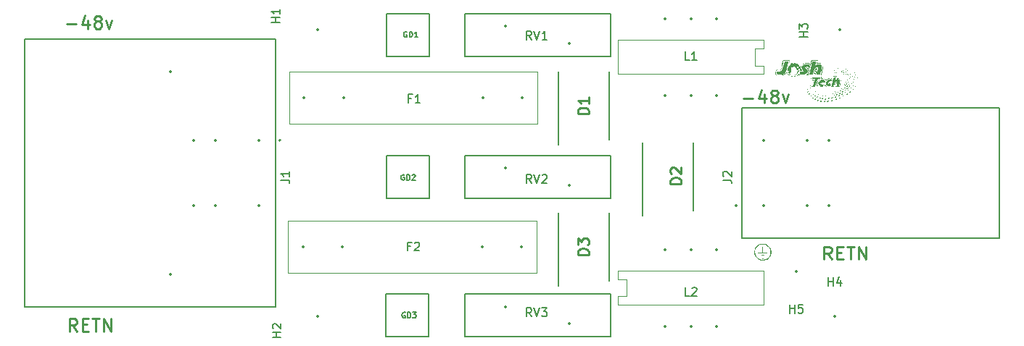
<source format=gto>
%TF.GenerationSoftware,KiCad,Pcbnew,(6.0.7)*%
%TF.CreationDate,2024-06-28T14:52:28+05:30*%
%TF.ProjectId,JT48VSPD_EXT,4a543438-5653-4504-945f-4558542e6b69,rev?*%
%TF.SameCoordinates,Original*%
%TF.FileFunction,Legend,Top*%
%TF.FilePolarity,Positive*%
%FSLAX46Y46*%
G04 Gerber Fmt 4.6, Leading zero omitted, Abs format (unit mm)*
G04 Created by KiCad (PCBNEW (6.0.7)) date 2024-06-28 14:52:28*
%MOMM*%
%LPD*%
G01*
G04 APERTURE LIST*
%ADD10C,0.250000*%
%ADD11C,0.150000*%
%ADD12C,0.254000*%
%ADD13C,0.127000*%
%ADD14C,0.120000*%
%ADD15C,0.200000*%
%ADD16C,0.350000*%
G04 APERTURE END LIST*
D10*
X59528571Y-64307142D02*
X60671428Y-64307142D01*
X62028571Y-63878571D02*
X62028571Y-64878571D01*
X61671428Y-63307142D02*
X61314285Y-64378571D01*
X62242857Y-64378571D01*
X63028571Y-64021428D02*
X62885714Y-63950000D01*
X62814285Y-63878571D01*
X62742857Y-63735714D01*
X62742857Y-63664285D01*
X62814285Y-63521428D01*
X62885714Y-63450000D01*
X63028571Y-63378571D01*
X63314285Y-63378571D01*
X63457142Y-63450000D01*
X63528571Y-63521428D01*
X63600000Y-63664285D01*
X63600000Y-63735714D01*
X63528571Y-63878571D01*
X63457142Y-63950000D01*
X63314285Y-64021428D01*
X63028571Y-64021428D01*
X62885714Y-64092857D01*
X62814285Y-64164285D01*
X62742857Y-64307142D01*
X62742857Y-64592857D01*
X62814285Y-64735714D01*
X62885714Y-64807142D01*
X63028571Y-64878571D01*
X63314285Y-64878571D01*
X63457142Y-64807142D01*
X63528571Y-64735714D01*
X63600000Y-64592857D01*
X63600000Y-64307142D01*
X63528571Y-64164285D01*
X63457142Y-64092857D01*
X63314285Y-64021428D01*
X64100000Y-63878571D02*
X64457142Y-64878571D01*
X64814285Y-63878571D01*
X148828571Y-91878571D02*
X148328571Y-91164285D01*
X147971428Y-91878571D02*
X147971428Y-90378571D01*
X148542857Y-90378571D01*
X148685714Y-90450000D01*
X148757142Y-90521428D01*
X148828571Y-90664285D01*
X148828571Y-90878571D01*
X148757142Y-91021428D01*
X148685714Y-91092857D01*
X148542857Y-91164285D01*
X147971428Y-91164285D01*
X149471428Y-91092857D02*
X149971428Y-91092857D01*
X150185714Y-91878571D02*
X149471428Y-91878571D01*
X149471428Y-90378571D01*
X150185714Y-90378571D01*
X150614285Y-90378571D02*
X151471428Y-90378571D01*
X151042857Y-91878571D02*
X151042857Y-90378571D01*
X151971428Y-91878571D02*
X151971428Y-90378571D01*
X152828571Y-91878571D01*
X152828571Y-90378571D01*
X60728571Y-100278571D02*
X60228571Y-99564285D01*
X59871428Y-100278571D02*
X59871428Y-98778571D01*
X60442857Y-98778571D01*
X60585714Y-98850000D01*
X60657142Y-98921428D01*
X60728571Y-99064285D01*
X60728571Y-99278571D01*
X60657142Y-99421428D01*
X60585714Y-99492857D01*
X60442857Y-99564285D01*
X59871428Y-99564285D01*
X61371428Y-99492857D02*
X61871428Y-99492857D01*
X62085714Y-100278571D02*
X61371428Y-100278571D01*
X61371428Y-98778571D01*
X62085714Y-98778571D01*
X62514285Y-98778571D02*
X63371428Y-98778571D01*
X62942857Y-100278571D02*
X62942857Y-98778571D01*
X63871428Y-100278571D02*
X63871428Y-98778571D01*
X64728571Y-100278571D01*
X64728571Y-98778571D01*
X138528571Y-73007142D02*
X139671428Y-73007142D01*
X141028571Y-72578571D02*
X141028571Y-73578571D01*
X140671428Y-72007142D02*
X140314285Y-73078571D01*
X141242857Y-73078571D01*
X142028571Y-72721428D02*
X141885714Y-72650000D01*
X141814285Y-72578571D01*
X141742857Y-72435714D01*
X141742857Y-72364285D01*
X141814285Y-72221428D01*
X141885714Y-72150000D01*
X142028571Y-72078571D01*
X142314285Y-72078571D01*
X142457142Y-72150000D01*
X142528571Y-72221428D01*
X142600000Y-72364285D01*
X142600000Y-72435714D01*
X142528571Y-72578571D01*
X142457142Y-72650000D01*
X142314285Y-72721428D01*
X142028571Y-72721428D01*
X141885714Y-72792857D01*
X141814285Y-72864285D01*
X141742857Y-73007142D01*
X141742857Y-73292857D01*
X141814285Y-73435714D01*
X141885714Y-73507142D01*
X142028571Y-73578571D01*
X142314285Y-73578571D01*
X142457142Y-73507142D01*
X142528571Y-73435714D01*
X142600000Y-73292857D01*
X142600000Y-73007142D01*
X142528571Y-72864285D01*
X142457142Y-72792857D01*
X142314285Y-72721428D01*
X143100000Y-72578571D02*
X143457142Y-73578571D01*
X143814285Y-72578571D01*
D11*
%TO.C,RV1*%
X113804761Y-66152380D02*
X113471428Y-65676190D01*
X113233333Y-66152380D02*
X113233333Y-65152380D01*
X113614285Y-65152380D01*
X113709523Y-65200000D01*
X113757142Y-65247619D01*
X113804761Y-65342857D01*
X113804761Y-65485714D01*
X113757142Y-65580952D01*
X113709523Y-65628571D01*
X113614285Y-65676190D01*
X113233333Y-65676190D01*
X114090476Y-65152380D02*
X114423809Y-66152380D01*
X114757142Y-65152380D01*
X115614285Y-66152380D02*
X115042857Y-66152380D01*
X115328571Y-66152380D02*
X115328571Y-65152380D01*
X115233333Y-65295238D01*
X115138095Y-65390476D01*
X115042857Y-65438095D01*
%TO.C,GD2*%
X98942857Y-81980000D02*
X98881904Y-81949523D01*
X98790476Y-81949523D01*
X98699047Y-81980000D01*
X98638095Y-82040952D01*
X98607619Y-82101904D01*
X98577142Y-82223809D01*
X98577142Y-82315238D01*
X98607619Y-82437142D01*
X98638095Y-82498095D01*
X98699047Y-82559047D01*
X98790476Y-82589523D01*
X98851428Y-82589523D01*
X98942857Y-82559047D01*
X98973333Y-82528571D01*
X98973333Y-82315238D01*
X98851428Y-82315238D01*
X99247619Y-82589523D02*
X99247619Y-81949523D01*
X99400000Y-81949523D01*
X99491428Y-81980000D01*
X99552380Y-82040952D01*
X99582857Y-82101904D01*
X99613333Y-82223809D01*
X99613333Y-82315238D01*
X99582857Y-82437142D01*
X99552380Y-82498095D01*
X99491428Y-82559047D01*
X99400000Y-82589523D01*
X99247619Y-82589523D01*
X99857142Y-82010476D02*
X99887619Y-81980000D01*
X99948571Y-81949523D01*
X100100952Y-81949523D01*
X100161904Y-81980000D01*
X100192380Y-82010476D01*
X100222857Y-82071428D01*
X100222857Y-82132380D01*
X100192380Y-82223809D01*
X99826666Y-82589523D01*
X100222857Y-82589523D01*
%TO.C,RV3*%
X113804761Y-98552380D02*
X113471428Y-98076190D01*
X113233333Y-98552380D02*
X113233333Y-97552380D01*
X113614285Y-97552380D01*
X113709523Y-97600000D01*
X113757142Y-97647619D01*
X113804761Y-97742857D01*
X113804761Y-97885714D01*
X113757142Y-97980952D01*
X113709523Y-98028571D01*
X113614285Y-98076190D01*
X113233333Y-98076190D01*
X114090476Y-97552380D02*
X114423809Y-98552380D01*
X114757142Y-97552380D01*
X114995238Y-97552380D02*
X115614285Y-97552380D01*
X115280952Y-97933333D01*
X115423809Y-97933333D01*
X115519047Y-97980952D01*
X115566666Y-98028571D01*
X115614285Y-98123809D01*
X115614285Y-98361904D01*
X115566666Y-98457142D01*
X115519047Y-98504761D01*
X115423809Y-98552380D01*
X115138095Y-98552380D01*
X115042857Y-98504761D01*
X114995238Y-98457142D01*
%TO.C,L2*%
X132233333Y-96152380D02*
X131757142Y-96152380D01*
X131757142Y-95152380D01*
X132519047Y-95247619D02*
X132566666Y-95200000D01*
X132661904Y-95152380D01*
X132900000Y-95152380D01*
X132995238Y-95200000D01*
X133042857Y-95247619D01*
X133090476Y-95342857D01*
X133090476Y-95438095D01*
X133042857Y-95580952D01*
X132471428Y-96152380D01*
X133090476Y-96152380D01*
%TO.C,GD1*%
X99242857Y-65280000D02*
X99181904Y-65249523D01*
X99090476Y-65249523D01*
X98999047Y-65280000D01*
X98938095Y-65340952D01*
X98907619Y-65401904D01*
X98877142Y-65523809D01*
X98877142Y-65615238D01*
X98907619Y-65737142D01*
X98938095Y-65798095D01*
X98999047Y-65859047D01*
X99090476Y-65889523D01*
X99151428Y-65889523D01*
X99242857Y-65859047D01*
X99273333Y-65828571D01*
X99273333Y-65615238D01*
X99151428Y-65615238D01*
X99547619Y-65889523D02*
X99547619Y-65249523D01*
X99700000Y-65249523D01*
X99791428Y-65280000D01*
X99852380Y-65340952D01*
X99882857Y-65401904D01*
X99913333Y-65523809D01*
X99913333Y-65615238D01*
X99882857Y-65737142D01*
X99852380Y-65798095D01*
X99791428Y-65859047D01*
X99700000Y-65889523D01*
X99547619Y-65889523D01*
X100522857Y-65889523D02*
X100157142Y-65889523D01*
X100340000Y-65889523D02*
X100340000Y-65249523D01*
X100279047Y-65340952D01*
X100218095Y-65401904D01*
X100157142Y-65432380D01*
%TO.C,F2*%
X99666666Y-90328571D02*
X99333333Y-90328571D01*
X99333333Y-90852380D02*
X99333333Y-89852380D01*
X99809523Y-89852380D01*
X100142857Y-89947619D02*
X100190476Y-89900000D01*
X100285714Y-89852380D01*
X100523809Y-89852380D01*
X100619047Y-89900000D01*
X100666666Y-89947619D01*
X100714285Y-90042857D01*
X100714285Y-90138095D01*
X100666666Y-90280952D01*
X100095238Y-90852380D01*
X100714285Y-90852380D01*
%TO.C,J1*%
X84552380Y-82583333D02*
X85266666Y-82583333D01*
X85409523Y-82630952D01*
X85504761Y-82726190D01*
X85552380Y-82869047D01*
X85552380Y-82964285D01*
X85552380Y-81583333D02*
X85552380Y-82154761D01*
X85552380Y-81869047D02*
X84552380Y-81869047D01*
X84695238Y-81964285D01*
X84790476Y-82059523D01*
X84838095Y-82154761D01*
%TO.C,RV2*%
X113804761Y-82952380D02*
X113471428Y-82476190D01*
X113233333Y-82952380D02*
X113233333Y-81952380D01*
X113614285Y-81952380D01*
X113709523Y-82000000D01*
X113757142Y-82047619D01*
X113804761Y-82142857D01*
X113804761Y-82285714D01*
X113757142Y-82380952D01*
X113709523Y-82428571D01*
X113614285Y-82476190D01*
X113233333Y-82476190D01*
X114090476Y-81952380D02*
X114423809Y-82952380D01*
X114757142Y-81952380D01*
X115042857Y-82047619D02*
X115090476Y-82000000D01*
X115185714Y-81952380D01*
X115423809Y-81952380D01*
X115519047Y-82000000D01*
X115566666Y-82047619D01*
X115614285Y-82142857D01*
X115614285Y-82238095D01*
X115566666Y-82380952D01*
X114995238Y-82952380D01*
X115614285Y-82952380D01*
%TO.C,GD3*%
X99042857Y-98080000D02*
X98981904Y-98049523D01*
X98890476Y-98049523D01*
X98799047Y-98080000D01*
X98738095Y-98140952D01*
X98707619Y-98201904D01*
X98677142Y-98323809D01*
X98677142Y-98415238D01*
X98707619Y-98537142D01*
X98738095Y-98598095D01*
X98799047Y-98659047D01*
X98890476Y-98689523D01*
X98951428Y-98689523D01*
X99042857Y-98659047D01*
X99073333Y-98628571D01*
X99073333Y-98415238D01*
X98951428Y-98415238D01*
X99347619Y-98689523D02*
X99347619Y-98049523D01*
X99500000Y-98049523D01*
X99591428Y-98080000D01*
X99652380Y-98140952D01*
X99682857Y-98201904D01*
X99713333Y-98323809D01*
X99713333Y-98415238D01*
X99682857Y-98537142D01*
X99652380Y-98598095D01*
X99591428Y-98659047D01*
X99500000Y-98689523D01*
X99347619Y-98689523D01*
X99926666Y-98049523D02*
X100322857Y-98049523D01*
X100109523Y-98293333D01*
X100200952Y-98293333D01*
X100261904Y-98323809D01*
X100292380Y-98354285D01*
X100322857Y-98415238D01*
X100322857Y-98567619D01*
X100292380Y-98628571D01*
X100261904Y-98659047D01*
X100200952Y-98689523D01*
X100018095Y-98689523D01*
X99957142Y-98659047D01*
X99926666Y-98628571D01*
%TO.C,H5*%
X143938095Y-98152380D02*
X143938095Y-97152380D01*
X143938095Y-97628571D02*
X144509523Y-97628571D01*
X144509523Y-98152380D02*
X144509523Y-97152380D01*
X145461904Y-97152380D02*
X144985714Y-97152380D01*
X144938095Y-97628571D01*
X144985714Y-97580952D01*
X145080952Y-97533333D01*
X145319047Y-97533333D01*
X145414285Y-97580952D01*
X145461904Y-97628571D01*
X145509523Y-97723809D01*
X145509523Y-97961904D01*
X145461904Y-98057142D01*
X145414285Y-98104761D01*
X145319047Y-98152380D01*
X145080952Y-98152380D01*
X144985714Y-98104761D01*
X144938095Y-98057142D01*
%TO.C,H3*%
X146052380Y-65861904D02*
X145052380Y-65861904D01*
X145528571Y-65861904D02*
X145528571Y-65290476D01*
X146052380Y-65290476D02*
X145052380Y-65290476D01*
X145052380Y-64909523D02*
X145052380Y-64290476D01*
X145433333Y-64623809D01*
X145433333Y-64480952D01*
X145480952Y-64385714D01*
X145528571Y-64338095D01*
X145623809Y-64290476D01*
X145861904Y-64290476D01*
X145957142Y-64338095D01*
X146004761Y-64385714D01*
X146052380Y-64480952D01*
X146052380Y-64766666D01*
X146004761Y-64861904D01*
X145957142Y-64909523D01*
%TO.C,H4*%
X148438095Y-94952380D02*
X148438095Y-93952380D01*
X148438095Y-94428571D02*
X149009523Y-94428571D01*
X149009523Y-94952380D02*
X149009523Y-93952380D01*
X149914285Y-94285714D02*
X149914285Y-94952380D01*
X149676190Y-93904761D02*
X149438095Y-94619047D01*
X150057142Y-94619047D01*
%TO.C,F1*%
X99766666Y-73028571D02*
X99433333Y-73028571D01*
X99433333Y-73552380D02*
X99433333Y-72552380D01*
X99909523Y-72552380D01*
X100814285Y-73552380D02*
X100242857Y-73552380D01*
X100528571Y-73552380D02*
X100528571Y-72552380D01*
X100433333Y-72695238D01*
X100338095Y-72790476D01*
X100242857Y-72838095D01*
D12*
%TO.C,D1*%
X120474523Y-74837380D02*
X119204523Y-74837380D01*
X119204523Y-74535000D01*
X119265000Y-74353571D01*
X119385952Y-74232619D01*
X119506904Y-74172142D01*
X119748809Y-74111666D01*
X119930238Y-74111666D01*
X120172142Y-74172142D01*
X120293095Y-74232619D01*
X120414047Y-74353571D01*
X120474523Y-74535000D01*
X120474523Y-74837380D01*
X120474523Y-72902142D02*
X120474523Y-73627857D01*
X120474523Y-73265000D02*
X119204523Y-73265000D01*
X119385952Y-73385952D01*
X119506904Y-73506904D01*
X119567380Y-73627857D01*
D11*
%TO.C,L1*%
X132233333Y-68552380D02*
X131757142Y-68552380D01*
X131757142Y-67552380D01*
X133090476Y-68552380D02*
X132519047Y-68552380D01*
X132804761Y-68552380D02*
X132804761Y-67552380D01*
X132709523Y-67695238D01*
X132614285Y-67790476D01*
X132519047Y-67838095D01*
D12*
%TO.C,D2*%
X131274523Y-83037380D02*
X130004523Y-83037380D01*
X130004523Y-82735000D01*
X130065000Y-82553571D01*
X130185952Y-82432619D01*
X130306904Y-82372142D01*
X130548809Y-82311666D01*
X130730238Y-82311666D01*
X130972142Y-82372142D01*
X131093095Y-82432619D01*
X131214047Y-82553571D01*
X131274523Y-82735000D01*
X131274523Y-83037380D01*
X130125476Y-81827857D02*
X130065000Y-81767380D01*
X130004523Y-81646428D01*
X130004523Y-81344047D01*
X130065000Y-81223095D01*
X130125476Y-81162619D01*
X130246428Y-81102142D01*
X130367380Y-81102142D01*
X130548809Y-81162619D01*
X131274523Y-81888333D01*
X131274523Y-81102142D01*
D11*
%TO.C,H2*%
X84552380Y-100961904D02*
X83552380Y-100961904D01*
X84028571Y-100961904D02*
X84028571Y-100390476D01*
X84552380Y-100390476D02*
X83552380Y-100390476D01*
X83647619Y-99961904D02*
X83600000Y-99914285D01*
X83552380Y-99819047D01*
X83552380Y-99580952D01*
X83600000Y-99485714D01*
X83647619Y-99438095D01*
X83742857Y-99390476D01*
X83838095Y-99390476D01*
X83980952Y-99438095D01*
X84552380Y-100009523D01*
X84552380Y-99390476D01*
%TO.C,J2*%
X136152380Y-82583333D02*
X136866666Y-82583333D01*
X137009523Y-82630952D01*
X137104761Y-82726190D01*
X137152380Y-82869047D01*
X137152380Y-82964285D01*
X136247619Y-82154761D02*
X136200000Y-82107142D01*
X136152380Y-82011904D01*
X136152380Y-81773809D01*
X136200000Y-81678571D01*
X136247619Y-81630952D01*
X136342857Y-81583333D01*
X136438095Y-81583333D01*
X136580952Y-81630952D01*
X137152380Y-82202380D01*
X137152380Y-81583333D01*
%TO.C,H1*%
X84452380Y-64161904D02*
X83452380Y-64161904D01*
X83928571Y-64161904D02*
X83928571Y-63590476D01*
X84452380Y-63590476D02*
X83452380Y-63590476D01*
X84452380Y-62590476D02*
X84452380Y-63161904D01*
X84452380Y-62876190D02*
X83452380Y-62876190D01*
X83595238Y-62971428D01*
X83690476Y-63066666D01*
X83738095Y-63161904D01*
D12*
%TO.C,D3*%
X120474523Y-91337380D02*
X119204523Y-91337380D01*
X119204523Y-91035000D01*
X119265000Y-90853571D01*
X119385952Y-90732619D01*
X119506904Y-90672142D01*
X119748809Y-90611666D01*
X119930238Y-90611666D01*
X120172142Y-90672142D01*
X120293095Y-90732619D01*
X120414047Y-90853571D01*
X120474523Y-91035000D01*
X120474523Y-91337380D01*
X119204523Y-90188333D02*
X119204523Y-89402142D01*
X119688333Y-89825476D01*
X119688333Y-89644047D01*
X119748809Y-89523095D01*
X119809285Y-89462619D01*
X119930238Y-89402142D01*
X120232619Y-89402142D01*
X120353571Y-89462619D01*
X120414047Y-89523095D01*
X120474523Y-89644047D01*
X120474523Y-90006904D01*
X120414047Y-90127857D01*
X120353571Y-90188333D01*
D13*
%TO.C,RV1*%
X106000000Y-68100000D02*
X123000000Y-68100000D01*
X106000000Y-63100000D02*
X106000000Y-68100000D01*
X123000000Y-63100000D02*
X106000000Y-63100000D01*
X123000000Y-68100000D02*
X123000000Y-63100000D01*
%TO.C,G\u002A\u002A\u002A*%
G36*
X140829004Y-90260201D02*
G01*
X140840075Y-90286923D01*
X140847294Y-90340526D01*
X140851403Y-90428427D01*
X140853144Y-90558041D01*
X140853362Y-90653152D01*
X140853362Y-91053362D01*
X141120168Y-91053362D01*
X141244586Y-91054684D01*
X141324465Y-91059529D01*
X141368581Y-91069214D01*
X141385712Y-91085054D01*
X141386975Y-91093383D01*
X141380629Y-91106753D01*
X141357396Y-91116840D01*
X141310982Y-91124082D01*
X141235094Y-91128919D01*
X141123439Y-91131790D01*
X140969724Y-91133133D01*
X140813341Y-91133404D01*
X140621701Y-91132961D01*
X140477123Y-91131340D01*
X140373316Y-91128102D01*
X140303985Y-91122807D01*
X140262838Y-91115017D01*
X140243580Y-91104293D01*
X140239706Y-91093383D01*
X140248523Y-91074720D01*
X140280824Y-91062738D01*
X140345387Y-91056121D01*
X140450988Y-91053551D01*
X140506513Y-91053362D01*
X140773320Y-91053362D01*
X140773320Y-90653152D01*
X140774046Y-90496517D01*
X140776718Y-90385813D01*
X140782078Y-90313623D01*
X140790868Y-90272529D01*
X140803830Y-90255115D01*
X140813341Y-90252942D01*
X140829004Y-90260201D01*
G37*
G36*
X140910617Y-91723050D02*
G01*
X140964684Y-91732597D01*
X140985495Y-91751317D01*
X140986765Y-91760400D01*
X140975187Y-91782848D01*
X140933817Y-91795325D01*
X140852699Y-91800127D01*
X140813341Y-91800421D01*
X140716064Y-91797749D01*
X140661998Y-91788202D01*
X140641186Y-91769482D01*
X140639916Y-91760400D01*
X140651494Y-91737951D01*
X140692865Y-91725474D01*
X140773982Y-91720672D01*
X140813341Y-91720379D01*
X140910617Y-91723050D01*
G37*
G36*
X139829000Y-90883915D02*
G01*
X139835845Y-90790870D01*
X139850951Y-90717269D01*
X139877343Y-90646176D01*
X139902681Y-90591854D01*
X140012855Y-90418011D01*
X140160710Y-90260735D01*
X140330575Y-90135698D01*
X140391854Y-90102681D01*
X140556525Y-90046857D01*
X140746338Y-90021366D01*
X140942536Y-90026208D01*
X141126361Y-90061384D01*
X141234827Y-90102681D01*
X141408670Y-90212855D01*
X141565947Y-90360710D01*
X141690984Y-90530575D01*
X141724000Y-90591854D01*
X141759590Y-90670674D01*
X141781878Y-90740721D01*
X141793891Y-90818930D01*
X141798652Y-90922236D01*
X141799291Y-91013341D01*
X141797682Y-91142766D01*
X141790837Y-91235812D01*
X141775731Y-91309413D01*
X141749338Y-91380505D01*
X141724000Y-91434827D01*
X141616095Y-91605815D01*
X141472114Y-91760317D01*
X141307353Y-91883076D01*
X141236211Y-91921229D01*
X141126086Y-91965324D01*
X141013128Y-91990621D01*
X140872703Y-92002577D01*
X140868086Y-92002775D01*
X140754281Y-92004439D01*
X140650780Y-92000554D01*
X140577496Y-91991956D01*
X140570084Y-91990246D01*
X140374815Y-91913801D01*
X140192960Y-91793489D01*
X140035882Y-91638765D01*
X139914942Y-91459085D01*
X139902681Y-91434827D01*
X139867091Y-91356007D01*
X139844803Y-91285960D01*
X139832791Y-91207752D01*
X139828030Y-91104445D01*
X139827984Y-91097964D01*
X139921303Y-91097964D01*
X139961328Y-91288214D01*
X140039886Y-91461900D01*
X140152044Y-91614088D01*
X140292867Y-91739845D01*
X140457424Y-91834237D01*
X140640780Y-91892333D01*
X140838003Y-91909198D01*
X141044159Y-91879899D01*
X141139178Y-91850100D01*
X141296614Y-91767480D01*
X141443524Y-91645782D01*
X141565748Y-91499165D01*
X141649128Y-91341788D01*
X141650100Y-91339178D01*
X141703150Y-91123923D01*
X141704458Y-90911684D01*
X141655300Y-90708370D01*
X141556955Y-90519890D01*
X141443324Y-90383357D01*
X141271020Y-90246465D01*
X141079141Y-90157733D01*
X140873596Y-90118442D01*
X140660294Y-90129868D01*
X140487503Y-90176582D01*
X140330067Y-90259201D01*
X140183158Y-90380899D01*
X140060933Y-90527516D01*
X139977553Y-90684893D01*
X139976582Y-90687503D01*
X139924743Y-90896083D01*
X139921303Y-91097964D01*
X139827984Y-91097964D01*
X139827390Y-91013341D01*
X139829000Y-90883915D01*
G37*
G36*
X140960919Y-91374374D02*
G01*
X141062921Y-91377482D01*
X141127113Y-91383717D01*
X141161261Y-91393942D01*
X141173133Y-91409019D01*
X141173530Y-91413551D01*
X141165931Y-91429948D01*
X141137958Y-91441282D01*
X141081843Y-91448414D01*
X140989821Y-91452209D01*
X140854125Y-91453528D01*
X140813341Y-91453572D01*
X140665762Y-91452728D01*
X140563760Y-91449619D01*
X140499568Y-91443384D01*
X140465420Y-91433160D01*
X140453549Y-91418082D01*
X140453152Y-91413551D01*
X140460750Y-91397153D01*
X140488724Y-91385820D01*
X140544838Y-91378687D01*
X140636860Y-91374893D01*
X140772557Y-91373574D01*
X140813341Y-91373530D01*
X140960919Y-91374374D01*
G37*
%TO.C,GD2*%
X101900000Y-84700000D02*
X101900000Y-79700000D01*
X101900000Y-79700000D02*
X96900000Y-79700000D01*
X101900000Y-84700000D02*
X96900000Y-84700000D01*
X96900000Y-84700000D02*
X96900000Y-79700000D01*
%TO.C,RV3*%
X106000000Y-95900000D02*
X106000000Y-100900000D01*
X106000000Y-100900000D02*
X123000000Y-100900000D01*
X123000000Y-95900000D02*
X106000000Y-95900000D01*
X123000000Y-100900000D02*
X123000000Y-95900000D01*
D14*
%TO.C,L2*%
X124900000Y-96200000D02*
X124900000Y-94200000D01*
X140900000Y-97200000D02*
X123900000Y-97200000D01*
X123900000Y-97200000D02*
X123900000Y-96200000D01*
X123900000Y-94200000D02*
X124900000Y-94200000D01*
X123900000Y-96200000D02*
X124900000Y-96200000D01*
X140900000Y-93200000D02*
X140900000Y-97200000D01*
X123900000Y-93200000D02*
X140900000Y-93200000D01*
X123900000Y-93200000D02*
X123900000Y-94200000D01*
D13*
%TO.C,GD1*%
X96900000Y-68100000D02*
X101900000Y-68100000D01*
X96900000Y-63100000D02*
X96900000Y-68100000D01*
X96900000Y-63100000D02*
X101900000Y-63100000D01*
X101900000Y-63100000D02*
X101900000Y-68100000D01*
D14*
%TO.C,F2*%
X114400000Y-93450000D02*
X85400000Y-93450000D01*
X114400000Y-87350000D02*
X114400000Y-93450000D01*
X85400000Y-87350000D02*
X114400000Y-87350000D01*
X85400000Y-93450000D02*
X85400000Y-87350000D01*
D13*
%TO.C,J1*%
X83912500Y-66080000D02*
X54662500Y-66080000D01*
X54662500Y-97420000D02*
X83912500Y-97420000D01*
X83912500Y-97420000D02*
X83912500Y-66080000D01*
X54662500Y-66080000D02*
X54662500Y-97420000D01*
D15*
X84512500Y-77940000D02*
G75*
G03*
X84512500Y-77940000I-100000J0D01*
G01*
D13*
%TO.C,RV2*%
X106000000Y-79700000D02*
X106000000Y-84700000D01*
X123000000Y-79700000D02*
X106000000Y-79700000D01*
X106000000Y-84700000D02*
X123000000Y-84700000D01*
X123000000Y-84700000D02*
X123000000Y-79700000D01*
%TO.C,GD3*%
X101800000Y-95900000D02*
X96800000Y-95900000D01*
X101800000Y-100900000D02*
X96800000Y-100900000D01*
X96800000Y-100900000D02*
X96800000Y-95900000D01*
X101800000Y-100900000D02*
X101800000Y-95900000D01*
D14*
%TO.C,F1*%
X85500000Y-76050000D02*
X85500000Y-69950000D01*
X114500000Y-76050000D02*
X85500000Y-76050000D01*
X114500000Y-69950000D02*
X114500000Y-76050000D01*
X85500000Y-69950000D02*
X114500000Y-69950000D01*
D15*
%TO.C,D1*%
X116948000Y-69930000D02*
X116948000Y-78500000D01*
X122852000Y-77870000D02*
X122852000Y-69930000D01*
D14*
%TO.C,L1*%
X140900000Y-67200000D02*
X139900000Y-67200000D01*
X140900000Y-66200000D02*
X140900000Y-67200000D01*
X123900000Y-66200000D02*
X140900000Y-66200000D01*
X140900000Y-70200000D02*
X123900000Y-70200000D01*
X140900000Y-70200000D02*
X140900000Y-69200000D01*
X123900000Y-70200000D02*
X123900000Y-66200000D01*
X139900000Y-67200000D02*
X139900000Y-69200000D01*
X140900000Y-69200000D02*
X139900000Y-69200000D01*
D15*
%TO.C,D2*%
X132652000Y-86170000D02*
X132652000Y-78230000D01*
X126748000Y-78230000D02*
X126748000Y-86800000D01*
D13*
%TO.C,J2*%
X138337500Y-89370000D02*
X168437500Y-89370000D01*
X168437500Y-74130000D02*
X138337500Y-74130000D01*
X168437500Y-89370000D02*
X168437500Y-74130000D01*
X138337500Y-74130000D02*
X138337500Y-89370000D01*
D15*
X137787500Y-85560000D02*
G75*
G03*
X137787500Y-85560000I-100000J0D01*
G01*
%TO.C,G\u002A\u002A\u002A*%
G36*
X149912115Y-70035113D02*
G01*
X149886037Y-70061191D01*
X149859959Y-70035113D01*
X149886037Y-70009035D01*
X149912115Y-70035113D01*
G37*
G36*
X151251645Y-70625129D02*
G01*
X151257863Y-70706642D01*
X151247527Y-70725094D01*
X151223822Y-70709539D01*
X151220134Y-70656639D01*
X151232872Y-70600987D01*
X151251645Y-70625129D01*
G37*
G36*
X147542995Y-72890292D02*
G01*
X147553403Y-72954899D01*
X147495407Y-73014500D01*
X147420448Y-73034086D01*
X147363412Y-73026599D01*
X147382444Y-72987181D01*
X147422284Y-72945918D01*
X147501275Y-72890151D01*
X147542995Y-72890292D01*
G37*
G36*
X150203880Y-71964094D02*
G01*
X150198973Y-71990965D01*
X150132294Y-72041132D01*
X150117661Y-72043121D01*
X150069988Y-72003340D01*
X150068583Y-71990965D01*
X150111036Y-71945192D01*
X150149895Y-71938809D01*
X150203880Y-71964094D01*
G37*
G36*
X151268173Y-70191581D02*
G01*
X151317929Y-70238449D01*
X151320329Y-70246815D01*
X151279976Y-70269217D01*
X151268173Y-70269815D01*
X151218021Y-70229720D01*
X151216016Y-70214581D01*
X151247969Y-70183432D01*
X151268173Y-70191581D01*
G37*
G36*
X151400326Y-71507858D02*
G01*
X151391346Y-71547639D01*
X151341051Y-71616634D01*
X151316385Y-71625873D01*
X151292488Y-71587419D01*
X151301468Y-71547639D01*
X151351762Y-71478643D01*
X151376428Y-71469405D01*
X151400326Y-71507858D01*
G37*
G36*
X150016427Y-71495483D02*
G01*
X149990349Y-71521561D01*
X149964271Y-71495483D01*
X149990349Y-71469405D01*
X150016427Y-71495483D01*
G37*
G36*
X147871671Y-72961124D02*
G01*
X147878029Y-73002428D01*
X147835786Y-73081994D01*
X147795529Y-73106740D01*
X147701988Y-73135802D01*
X147671189Y-73117420D01*
X147669405Y-73096674D01*
X147702052Y-73027419D01*
X147731992Y-72992362D01*
X147820534Y-72933909D01*
X147871671Y-72961124D01*
G37*
G36*
X149018835Y-72906892D02*
G01*
X149025462Y-72927939D01*
X148985807Y-72989832D01*
X148900153Y-73042620D01*
X148818470Y-73059462D01*
X148798070Y-73050089D01*
X148796354Y-72990184D01*
X148853668Y-72920679D01*
X148936051Y-72879233D01*
X148953614Y-72877618D01*
X149018835Y-72906892D01*
G37*
G36*
X149859959Y-69722177D02*
G01*
X149833881Y-69748255D01*
X149807803Y-69722177D01*
X149833881Y-69696099D01*
X149859959Y-69722177D01*
G37*
G36*
X151312679Y-70412063D02*
G01*
X151320329Y-70449284D01*
X151303140Y-70524640D01*
X151257979Y-70502050D01*
X151244322Y-70482044D01*
X151250862Y-70415058D01*
X151267322Y-70400731D01*
X151312679Y-70412063D01*
G37*
G36*
X150798768Y-69878645D02*
G01*
X150772690Y-69904723D01*
X150746612Y-69878645D01*
X150772690Y-69852567D01*
X150798768Y-69878645D01*
G37*
G36*
X147240215Y-72835206D02*
G01*
X147192439Y-72897758D01*
X147129564Y-72921832D01*
X147095820Y-72891412D01*
X147095688Y-72887545D01*
X147137478Y-72827278D01*
X147178280Y-72804929D01*
X147239423Y-72803514D01*
X147240215Y-72835206D01*
G37*
G36*
X150068583Y-70087269D02*
G01*
X150042505Y-70113347D01*
X150016427Y-70087269D01*
X150042505Y-70061191D01*
X150068583Y-70087269D01*
G37*
G36*
X151563723Y-71226010D02*
G01*
X151569966Y-71287907D01*
X151563723Y-71295551D01*
X151532717Y-71288392D01*
X151528953Y-71260780D01*
X151548036Y-71217850D01*
X151563723Y-71226010D01*
G37*
G36*
X150781383Y-71747570D02*
G01*
X150779250Y-71805633D01*
X150726752Y-71882498D01*
X150657083Y-71934527D01*
X150635914Y-71938809D01*
X150590657Y-71899877D01*
X150590144Y-71893039D01*
X150624332Y-71825000D01*
X150697806Y-71763140D01*
X150766927Y-71740654D01*
X150781383Y-71747570D01*
G37*
G36*
X150521624Y-69625477D02*
G01*
X150511910Y-69643943D01*
X150462767Y-69693752D01*
X150453597Y-69696099D01*
X150450039Y-69662409D01*
X150459754Y-69643943D01*
X150508896Y-69594134D01*
X150518066Y-69591787D01*
X150521624Y-69625477D01*
G37*
G36*
X150938873Y-69990569D02*
G01*
X150929158Y-70009035D01*
X150880016Y-70058844D01*
X150870846Y-70061191D01*
X150867287Y-70027501D01*
X150877002Y-70009035D01*
X150926144Y-69959226D01*
X150935314Y-69956879D01*
X150938873Y-69990569D01*
G37*
G36*
X146770445Y-72539626D02*
G01*
X146717815Y-72599838D01*
X146668975Y-72616838D01*
X146647951Y-72587038D01*
X146679485Y-72537343D01*
X146743262Y-72482668D01*
X146769328Y-72481717D01*
X146770445Y-72539626D01*
G37*
G36*
X146661912Y-71146689D02*
G01*
X146668130Y-71228203D01*
X146657794Y-71246655D01*
X146634089Y-71231100D01*
X146630401Y-71178200D01*
X146643139Y-71122548D01*
X146661912Y-71146689D01*
G37*
G36*
X151211998Y-71289243D02*
G01*
X151216016Y-71306780D01*
X151177955Y-71380512D01*
X151163860Y-71391171D01*
X151115723Y-71388786D01*
X151111704Y-71371249D01*
X151149765Y-71297517D01*
X151163860Y-71286859D01*
X151211998Y-71289243D01*
G37*
G36*
X151876660Y-70600137D02*
G01*
X151882902Y-70662034D01*
X151876660Y-70669679D01*
X151845653Y-70662519D01*
X151841889Y-70634908D01*
X151860972Y-70591977D01*
X151876660Y-70600137D01*
G37*
G36*
X150230435Y-70144940D02*
G01*
X150273283Y-70206551D01*
X150269391Y-70241947D01*
X150224725Y-70224216D01*
X150183878Y-70186321D01*
X150150632Y-70127465D01*
X150167761Y-70113347D01*
X150230435Y-70144940D01*
G37*
G36*
X149373169Y-71330322D02*
G01*
X149379411Y-71392219D01*
X149373169Y-71399863D01*
X149342162Y-71392704D01*
X149338398Y-71365093D01*
X149357481Y-71322162D01*
X149373169Y-71330322D01*
G37*
G36*
X149025462Y-72486448D02*
G01*
X148999384Y-72512526D01*
X148973306Y-72486448D01*
X148999384Y-72460370D01*
X149025462Y-72486448D01*
G37*
G36*
X151563723Y-70495825D02*
G01*
X151569966Y-70557722D01*
X151563723Y-70565366D01*
X151532717Y-70558207D01*
X151528953Y-70530596D01*
X151548036Y-70487665D01*
X151563723Y-70495825D01*
G37*
G36*
X150364134Y-71330322D02*
G01*
X150370376Y-71392219D01*
X150364134Y-71399863D01*
X150333127Y-71392704D01*
X150329363Y-71365093D01*
X150348447Y-71322162D01*
X150364134Y-71330322D01*
G37*
G36*
X148812819Y-72697456D02*
G01*
X148816838Y-72714994D01*
X148778777Y-72788726D01*
X148764682Y-72799384D01*
X148716544Y-72797000D01*
X148712526Y-72779462D01*
X148750587Y-72705730D01*
X148764682Y-72695072D01*
X148812819Y-72697456D01*
G37*
G36*
X150850924Y-69565709D02*
G01*
X150824846Y-69591787D01*
X150798768Y-69565709D01*
X150824846Y-69539631D01*
X150850924Y-69565709D01*
G37*
G36*
X149859959Y-69878645D02*
G01*
X149833881Y-69904723D01*
X149807803Y-69878645D01*
X149833881Y-69852567D01*
X149859959Y-69878645D01*
G37*
G36*
X149651335Y-71912731D02*
G01*
X149625257Y-71938809D01*
X149599179Y-71912731D01*
X149625257Y-71886653D01*
X149651335Y-71912731D01*
G37*
G36*
X143785933Y-68725195D02*
G01*
X143795781Y-68768823D01*
X143789308Y-68793366D01*
X143763954Y-68885523D01*
X143722020Y-69049180D01*
X143671132Y-69254374D01*
X143652485Y-69331006D01*
X143578734Y-69622495D01*
X143516547Y-69829471D01*
X143457815Y-69969865D01*
X143394430Y-70061605D01*
X143318283Y-70122620D01*
X143286424Y-70140393D01*
X143070801Y-70212619D01*
X142805601Y-70244594D01*
X142566958Y-70233936D01*
X142448364Y-70204131D01*
X142417889Y-70152705D01*
X142423529Y-70131542D01*
X142449814Y-70011269D01*
X142453799Y-69950250D01*
X142468163Y-69883688D01*
X142530662Y-69866935D01*
X142631811Y-69881235D01*
X142798450Y-69895607D01*
X142929044Y-69860755D01*
X143032300Y-69765290D01*
X143116921Y-69597823D01*
X143191614Y-69346965D01*
X143251722Y-69070226D01*
X143318577Y-68731212D01*
X143568696Y-68715132D01*
X143717785Y-68709974D01*
X143785933Y-68725195D01*
G37*
G36*
X150417312Y-70094881D02*
G01*
X150407598Y-70113347D01*
X150358455Y-70163156D01*
X150349285Y-70165503D01*
X150345727Y-70131813D01*
X150355441Y-70113347D01*
X150404584Y-70063538D01*
X150413754Y-70061191D01*
X150417312Y-70094881D01*
G37*
G36*
X151424641Y-69617865D02*
G01*
X151398563Y-69643943D01*
X151372485Y-69617865D01*
X151398563Y-69591787D01*
X151424641Y-69617865D01*
G37*
G36*
X149372832Y-72388193D02*
G01*
X149364476Y-72408214D01*
X149295385Y-72458423D01*
X149280086Y-72460370D01*
X149251809Y-72428235D01*
X149260164Y-72408214D01*
X149329256Y-72358005D01*
X149344555Y-72356058D01*
X149372832Y-72388193D01*
G37*
G36*
X150782405Y-70616442D02*
G01*
X150772690Y-70634908D01*
X150723548Y-70684717D01*
X150714378Y-70687064D01*
X150710819Y-70653374D01*
X150720534Y-70634908D01*
X150769676Y-70585099D01*
X150778846Y-70582752D01*
X150782405Y-70616442D01*
G37*
G36*
X150485832Y-69357084D02*
G01*
X150459754Y-69383162D01*
X150433676Y-69357084D01*
X150459754Y-69331006D01*
X150485832Y-69357084D01*
G37*
G36*
X146036203Y-71607407D02*
G01*
X146026489Y-71625873D01*
X145977347Y-71675682D01*
X145968176Y-71678029D01*
X145964618Y-71644339D01*
X145974333Y-71625873D01*
X146023475Y-71576064D01*
X146032645Y-71573717D01*
X146036203Y-71607407D01*
G37*
G36*
X146609756Y-71355313D02*
G01*
X146615974Y-71436827D01*
X146605638Y-71455279D01*
X146581933Y-71439724D01*
X146578245Y-71386824D01*
X146590982Y-71331172D01*
X146609756Y-71355313D01*
G37*
G36*
X150225051Y-69774333D02*
G01*
X150198973Y-69800411D01*
X150172895Y-69774333D01*
X150198973Y-69748255D01*
X150225051Y-69774333D01*
G37*
G36*
X149651335Y-69982957D02*
G01*
X149625257Y-70009035D01*
X149599179Y-69982957D01*
X149625257Y-69956879D01*
X149651335Y-69982957D01*
G37*
G36*
X148809396Y-71096939D02*
G01*
X148829305Y-71173362D01*
X148814048Y-71213838D01*
X148733078Y-71288655D01*
X148626087Y-71313091D01*
X148541430Y-71277718D01*
X148534636Y-71268315D01*
X148556023Y-71243495D01*
X148635870Y-71248317D01*
X148735315Y-71248467D01*
X148764662Y-71187834D01*
X148764682Y-71185112D01*
X148739082Y-71123589D01*
X148647802Y-71129237D01*
X148647331Y-71129366D01*
X148572373Y-71145793D01*
X148589724Y-71124342D01*
X148616770Y-71106720D01*
X148728963Y-71069519D01*
X148809396Y-71096939D01*
G37*
G36*
X150277207Y-71234702D02*
G01*
X150251129Y-71260780D01*
X150225051Y-71234702D01*
X150251129Y-71208624D01*
X150277207Y-71234702D01*
G37*
G36*
X147564149Y-70861350D02*
G01*
X147769981Y-70808580D01*
X147947202Y-70840087D01*
X148052192Y-70907135D01*
X148086007Y-71022090D01*
X148086653Y-71050865D01*
X148080942Y-71144654D01*
X148045762Y-71191162D01*
X147954046Y-71206960D01*
X147828951Y-71208624D01*
X147674294Y-71217239D01*
X147567715Y-71239184D01*
X147542667Y-71254871D01*
X147546183Y-71323916D01*
X147622594Y-71379716D01*
X147740531Y-71405876D01*
X147820490Y-71400071D01*
X147924337Y-71388175D01*
X147953385Y-71421806D01*
X147944668Y-71471811D01*
X147879007Y-71539547D01*
X147749150Y-71576505D01*
X147590587Y-71582628D01*
X147438807Y-71557859D01*
X147329299Y-71502141D01*
X147306147Y-71472834D01*
X147255586Y-71298636D01*
X147300631Y-71127589D01*
X147333891Y-71079789D01*
X147575774Y-71079789D01*
X147599170Y-71099378D01*
X147682444Y-71102654D01*
X147786511Y-71088466D01*
X147825873Y-71055234D01*
X147791006Y-70985259D01*
X147703954Y-70988052D01*
X147637971Y-71026090D01*
X147575774Y-71079789D01*
X147333891Y-71079789D01*
X147383956Y-71007836D01*
X147564149Y-70861350D01*
G37*
G36*
X150832996Y-70458236D02*
G01*
X150824846Y-70478440D01*
X150777978Y-70528196D01*
X150769612Y-70530596D01*
X150747210Y-70490243D01*
X150746612Y-70478440D01*
X150786707Y-70428288D01*
X150801846Y-70426284D01*
X150832996Y-70458236D01*
G37*
G36*
X150381520Y-70556674D02*
G01*
X150355441Y-70582752D01*
X150329363Y-70556674D01*
X150355441Y-70530596D01*
X150381520Y-70556674D01*
G37*
G36*
X149268857Y-71330322D02*
G01*
X149275099Y-71392219D01*
X149268857Y-71399863D01*
X149237850Y-71392704D01*
X149234086Y-71365093D01*
X149253169Y-71322162D01*
X149268857Y-71330322D01*
G37*
G36*
X149286242Y-70035113D02*
G01*
X149260164Y-70061191D01*
X149234086Y-70035113D01*
X149260164Y-70009035D01*
X149286242Y-70035113D01*
G37*
G36*
X149900892Y-71148190D02*
G01*
X149901717Y-71182546D01*
X149885631Y-71314898D01*
X149859959Y-71417249D01*
X149830251Y-71495971D01*
X149819026Y-71477683D01*
X149818201Y-71443327D01*
X149834286Y-71310975D01*
X149859959Y-71208624D01*
X149889666Y-71129902D01*
X149900892Y-71148190D01*
G37*
G36*
X150687533Y-71545578D02*
G01*
X150684677Y-71576977D01*
X150618642Y-71656019D01*
X150593404Y-71668250D01*
X150544910Y-71654012D01*
X150547767Y-71622613D01*
X150613801Y-71543571D01*
X150639040Y-71531340D01*
X150687533Y-71545578D01*
G37*
G36*
X150694456Y-69461397D02*
G01*
X150668378Y-69487475D01*
X150642300Y-69461397D01*
X150668378Y-69435318D01*
X150694456Y-69461397D01*
G37*
G36*
X149896753Y-72370295D02*
G01*
X149864546Y-72428717D01*
X149859959Y-72434292D01*
X149767749Y-72500738D01*
X149716796Y-72512526D01*
X149666697Y-72498289D01*
X149698904Y-72439867D01*
X149703491Y-72434292D01*
X149795701Y-72367846D01*
X149846653Y-72356058D01*
X149896753Y-72370295D01*
G37*
G36*
X148534910Y-73256334D02*
G01*
X148538015Y-73318626D01*
X148481492Y-73393840D01*
X148397570Y-73445465D01*
X148362779Y-73451335D01*
X148306578Y-73419158D01*
X148307074Y-73389866D01*
X148364413Y-73311609D01*
X148452552Y-73256333D01*
X148526668Y-73250311D01*
X148534910Y-73256334D01*
G37*
G36*
X146285807Y-72508200D02*
G01*
X146266184Y-72532588D01*
X146186185Y-72601380D01*
X146126299Y-72611486D01*
X146115437Y-72559195D01*
X146117737Y-72551643D01*
X146181702Y-72487812D01*
X146237775Y-72467393D01*
X146304200Y-72463523D01*
X146285807Y-72508200D01*
G37*
G36*
X149390554Y-72017043D02*
G01*
X149364476Y-72043121D01*
X149338398Y-72017043D01*
X149364476Y-71990965D01*
X149390554Y-72017043D01*
G37*
G36*
X146562895Y-71557329D02*
G01*
X146634170Y-71596931D01*
X146771819Y-71628767D01*
X146861994Y-71639201D01*
X147121766Y-71659227D01*
X146821869Y-71668628D01*
X146650357Y-71669412D01*
X146559352Y-71653746D01*
X146525535Y-71615246D01*
X146522770Y-71586756D01*
X146536326Y-71532314D01*
X146562895Y-71557329D01*
G37*
G36*
X148094304Y-71415124D02*
G01*
X148111106Y-71464286D01*
X148187405Y-71576905D01*
X148260747Y-71625944D01*
X148328509Y-71660369D01*
X148299580Y-71673949D01*
X148285196Y-71674723D01*
X148191391Y-71637797D01*
X148115688Y-71562112D01*
X148056771Y-71498157D01*
X148034497Y-71518648D01*
X148017931Y-71566243D01*
X148003638Y-71560243D01*
X148000163Y-71495834D01*
X148023505Y-71438743D01*
X148064954Y-71381683D01*
X148094304Y-71415124D01*
G37*
G36*
X146716362Y-72955152D02*
G01*
X146716507Y-73010260D01*
X146648096Y-73054584D01*
X146555508Y-73082735D01*
X146524683Y-73055699D01*
X146521971Y-73008008D01*
X146565454Y-72944295D01*
X146626283Y-72929774D01*
X146716362Y-72955152D01*
G37*
G36*
X146989971Y-72708776D02*
G01*
X146991376Y-72721150D01*
X146948923Y-72766923D01*
X146910064Y-72773306D01*
X146856079Y-72748021D01*
X146860986Y-72721150D01*
X146927665Y-72670984D01*
X146942298Y-72668994D01*
X146989971Y-72708776D01*
G37*
G36*
X150510448Y-72299576D02*
G01*
X150490824Y-72323964D01*
X150410826Y-72392756D01*
X150350940Y-72402862D01*
X150340077Y-72350571D01*
X150342378Y-72343019D01*
X150406343Y-72279187D01*
X150462415Y-72258769D01*
X150528841Y-72254899D01*
X150510448Y-72299576D01*
G37*
G36*
X150676527Y-70040988D02*
G01*
X150668378Y-70061191D01*
X150621510Y-70110947D01*
X150613144Y-70113347D01*
X150590742Y-70072995D01*
X150590144Y-70061191D01*
X150630239Y-70011039D01*
X150645378Y-70009035D01*
X150676527Y-70040988D01*
G37*
G36*
X149703491Y-69826489D02*
G01*
X149677413Y-69852567D01*
X149651335Y-69826489D01*
X149677413Y-69800411D01*
X149703491Y-69826489D01*
G37*
G36*
X146608898Y-72321287D02*
G01*
X146601739Y-72352294D01*
X146574127Y-72356058D01*
X146531197Y-72336975D01*
X146539357Y-72321287D01*
X146601254Y-72315045D01*
X146608898Y-72321287D01*
G37*
G36*
X149512252Y-72495141D02*
G01*
X149512729Y-72554880D01*
X149461204Y-72627972D01*
X149391508Y-72668496D01*
X149384168Y-72668994D01*
X149338912Y-72630062D01*
X149338398Y-72623224D01*
X149372521Y-72553596D01*
X149444275Y-72498408D01*
X149507739Y-72491492D01*
X149512252Y-72495141D01*
G37*
G36*
X151143350Y-71808427D02*
G01*
X151137782Y-71834497D01*
X151062543Y-71881963D01*
X151027314Y-71886653D01*
X150975747Y-71860568D01*
X150981314Y-71834497D01*
X151056554Y-71787031D01*
X151091782Y-71782341D01*
X151143350Y-71808427D01*
G37*
G36*
X148125580Y-73319097D02*
G01*
X148097916Y-73397059D01*
X148058575Y-73433169D01*
X147943795Y-73497104D01*
X147886543Y-73476829D01*
X147878029Y-73427092D01*
X147919386Y-73343435D01*
X147979176Y-73296561D01*
X148079798Y-73274927D01*
X148125580Y-73319097D01*
G37*
G36*
X150521624Y-70199193D02*
G01*
X150511910Y-70217659D01*
X150462767Y-70267469D01*
X150453597Y-70269815D01*
X150450039Y-70236125D01*
X150459754Y-70217659D01*
X150508896Y-70167850D01*
X150518066Y-70165503D01*
X150521624Y-70199193D01*
G37*
G36*
X146991376Y-72225668D02*
G01*
X146965298Y-72251746D01*
X146939220Y-72225668D01*
X146965298Y-72199590D01*
X146991376Y-72225668D01*
G37*
G36*
X149164208Y-72648973D02*
G01*
X149155852Y-72668994D01*
X149086760Y-72719203D01*
X149071462Y-72721150D01*
X149043185Y-72689015D01*
X149051540Y-72668994D01*
X149120632Y-72618785D01*
X149135930Y-72616838D01*
X149164208Y-72648973D01*
G37*
G36*
X149599179Y-69513553D02*
G01*
X149573101Y-69539631D01*
X149547023Y-69513553D01*
X149573101Y-69487475D01*
X149599179Y-69513553D01*
G37*
G36*
X147131481Y-72389748D02*
G01*
X147121766Y-72408214D01*
X147072624Y-72458023D01*
X147063454Y-72460370D01*
X147059895Y-72426680D01*
X147069610Y-72408214D01*
X147118752Y-72358405D01*
X147127922Y-72356058D01*
X147131481Y-72389748D01*
G37*
G36*
X151089074Y-71080392D02*
G01*
X151080082Y-71126032D01*
X151031722Y-71191559D01*
X150979922Y-71206517D01*
X150962726Y-71163942D01*
X150967189Y-71146689D01*
X151031020Y-71072714D01*
X151049804Y-71064097D01*
X151089074Y-71080392D01*
G37*
G36*
X148601856Y-72961124D02*
G01*
X148608214Y-73002428D01*
X148565971Y-73081994D01*
X148525714Y-73106740D01*
X148432173Y-73135802D01*
X148401374Y-73117420D01*
X148399589Y-73096674D01*
X148432237Y-73027419D01*
X148462177Y-72992362D01*
X148550719Y-72933909D01*
X148601856Y-72961124D01*
G37*
G36*
X149633406Y-72283698D02*
G01*
X149625257Y-72303902D01*
X149578389Y-72353658D01*
X149570023Y-72356058D01*
X149547621Y-72315705D01*
X149547023Y-72303902D01*
X149587118Y-72253750D01*
X149602257Y-72251746D01*
X149633406Y-72283698D01*
G37*
G36*
X149315998Y-71513240D02*
G01*
X149323133Y-71539473D01*
X149358084Y-71599444D01*
X149440164Y-71621872D01*
X149577863Y-71617331D01*
X149715849Y-71614311D01*
X149797899Y-71627880D01*
X149807803Y-71638536D01*
X149760877Y-71661069D01*
X149640898Y-71675367D01*
X149547023Y-71678029D01*
X149392225Y-71673507D01*
X149315888Y-71652041D01*
X149292285Y-71601777D01*
X149292292Y-71560678D01*
X149300307Y-71487140D01*
X149315998Y-71513240D01*
G37*
G36*
X150225051Y-71495483D02*
G01*
X150198973Y-71521561D01*
X150172895Y-71495483D01*
X150198973Y-71469405D01*
X150225051Y-71495483D01*
G37*
G36*
X149433949Y-71180006D02*
G01*
X149442710Y-71199932D01*
X149400342Y-71238527D01*
X149364476Y-71243395D01*
X149295004Y-71219857D01*
X149286242Y-71199932D01*
X149328610Y-71161336D01*
X149364476Y-71156468D01*
X149433949Y-71180006D01*
G37*
G36*
X151000470Y-71545578D02*
G01*
X150997613Y-71576977D01*
X150931579Y-71656019D01*
X150906340Y-71668250D01*
X150857847Y-71654012D01*
X150860703Y-71622613D01*
X150926737Y-71543571D01*
X150951976Y-71531340D01*
X151000470Y-71545578D01*
G37*
G36*
X151368466Y-71915115D02*
G01*
X151372485Y-71932653D01*
X151334424Y-72006385D01*
X151320329Y-72017043D01*
X151272191Y-72014659D01*
X151268173Y-71997121D01*
X151306234Y-71923390D01*
X151320329Y-71912731D01*
X151368466Y-71915115D01*
G37*
G36*
X148173580Y-72529911D02*
G01*
X148166420Y-72560918D01*
X148138809Y-72564682D01*
X148095879Y-72545599D01*
X148104038Y-72529911D01*
X148165935Y-72523669D01*
X148173580Y-72529911D01*
G37*
G36*
X149547023Y-72121355D02*
G01*
X149520945Y-72147433D01*
X149494867Y-72121355D01*
X149520945Y-72095277D01*
X149547023Y-72121355D01*
G37*
G36*
X150381520Y-70400206D02*
G01*
X150355441Y-70426284D01*
X150329363Y-70400206D01*
X150355441Y-70374128D01*
X150381520Y-70400206D01*
G37*
G36*
X149286242Y-69878645D02*
G01*
X149260164Y-69904723D01*
X149234086Y-69878645D01*
X149260164Y-69852567D01*
X149286242Y-69878645D01*
G37*
G36*
X149878727Y-72913772D02*
G01*
X149880443Y-72973677D01*
X149823129Y-73043181D01*
X149740746Y-73084628D01*
X149723183Y-73086243D01*
X149657961Y-73056969D01*
X149651335Y-73035921D01*
X149690990Y-72974029D01*
X149776644Y-72921241D01*
X149858327Y-72904399D01*
X149878727Y-72913772D01*
G37*
G36*
X150520602Y-69922108D02*
G01*
X150526844Y-69984005D01*
X150520602Y-69991650D01*
X150489596Y-69984490D01*
X150485832Y-69956879D01*
X150504915Y-69913949D01*
X150520602Y-69922108D01*
G37*
G36*
X149946548Y-72127412D02*
G01*
X149938193Y-72147433D01*
X149869101Y-72197642D01*
X149853803Y-72199590D01*
X149825526Y-72167455D01*
X149833881Y-72147433D01*
X149902973Y-72097225D01*
X149918271Y-72095277D01*
X149946548Y-72127412D01*
G37*
G36*
X149181930Y-69774333D02*
G01*
X149155852Y-69800411D01*
X149129774Y-69774333D01*
X149155852Y-69748255D01*
X149181930Y-69774333D01*
G37*
G36*
X148451745Y-70452362D02*
G01*
X148425667Y-70478440D01*
X148399589Y-70452362D01*
X148425667Y-70426284D01*
X148451745Y-70452362D01*
G37*
G36*
X150829753Y-72068406D02*
G01*
X150824846Y-72095277D01*
X150758167Y-72145444D01*
X150743534Y-72147433D01*
X150695861Y-72107652D01*
X150694456Y-72095277D01*
X150736909Y-72049505D01*
X150775768Y-72043121D01*
X150829753Y-72068406D01*
G37*
G36*
X149218106Y-71542184D02*
G01*
X149217564Y-71547639D01*
X149197098Y-71608651D01*
X149134521Y-71641194D01*
X149004326Y-71654655D01*
X148920661Y-71656925D01*
X148634292Y-71661899D01*
X148904789Y-71641276D01*
X149083262Y-71616474D01*
X149177413Y-71571972D01*
X149201692Y-71531989D01*
X149219567Y-71486744D01*
X149218106Y-71542184D01*
G37*
G36*
X148451745Y-72538604D02*
G01*
X148425667Y-72564682D01*
X148399589Y-72538604D01*
X148425667Y-72512526D01*
X148451745Y-72538604D01*
G37*
G36*
X143938772Y-68744251D02*
G01*
X143910375Y-68897593D01*
X143891894Y-69018148D01*
X143890567Y-69030047D01*
X143859775Y-69130629D01*
X143838198Y-69160437D01*
X143817837Y-69145056D01*
X143826079Y-69041553D01*
X143861450Y-68861687D01*
X143891224Y-68737296D01*
X143925477Y-68600822D01*
X143584323Y-68600822D01*
X143393307Y-68605782D01*
X143282779Y-68624551D01*
X143229220Y-68662960D01*
X143216234Y-68692095D01*
X143193022Y-68781480D01*
X143153450Y-68944312D01*
X143104330Y-69152332D01*
X143079221Y-69260541D01*
X143017224Y-69507194D01*
X142957712Y-69665798D01*
X142885815Y-69751166D01*
X142786667Y-69778109D01*
X142645399Y-69761438D01*
X142588637Y-69749258D01*
X142463466Y-69733574D01*
X142390970Y-69768696D01*
X142357520Y-69872297D01*
X142349487Y-70059374D01*
X142360464Y-70178804D01*
X142405639Y-70255470D01*
X142503377Y-70298586D01*
X142672041Y-70317367D01*
X142871047Y-70321064D01*
X143150508Y-70286545D01*
X143378052Y-70187998D01*
X143533971Y-70034558D01*
X143550651Y-70006091D01*
X143594611Y-69934447D01*
X143631452Y-69937098D01*
X143689656Y-70020836D01*
X143702981Y-70042418D01*
X143886748Y-70269326D01*
X144103567Y-70402168D01*
X144185852Y-70427095D01*
X144288715Y-70454271D01*
X144295001Y-70467627D01*
X144226173Y-70473101D01*
X144101294Y-70447565D01*
X143949469Y-70377297D01*
X143903918Y-70348697D01*
X143776818Y-70242713D01*
X143690308Y-70134877D01*
X143676917Y-70105317D01*
X143640850Y-69991679D01*
X143555846Y-70099039D01*
X143386932Y-70236724D01*
X143148669Y-70330224D01*
X142868558Y-70374098D01*
X142574099Y-70362904D01*
X142401643Y-70327399D01*
X142325010Y-70285923D01*
X142287301Y-70203375D01*
X142286143Y-70061587D01*
X142319167Y-69842391D01*
X142330582Y-69782999D01*
X142353361Y-69701073D01*
X142396133Y-69662582D01*
X142482515Y-69663862D01*
X142636125Y-69701252D01*
X142714579Y-69723463D01*
X142797688Y-69728375D01*
X142866859Y-69681533D01*
X142929326Y-69570048D01*
X142992321Y-69381036D01*
X143062674Y-69103343D01*
X143192688Y-68548666D01*
X143977933Y-68548666D01*
X143938772Y-68744251D01*
G37*
G36*
X149633949Y-69661328D02*
G01*
X149640191Y-69723225D01*
X149633949Y-69730869D01*
X149602943Y-69723710D01*
X149599179Y-69696099D01*
X149618262Y-69653168D01*
X149633949Y-69661328D01*
G37*
G36*
X150746014Y-70153700D02*
G01*
X150746612Y-70165503D01*
X150706517Y-70215655D01*
X150691378Y-70217659D01*
X150660228Y-70185707D01*
X150668378Y-70165503D01*
X150715246Y-70115747D01*
X150723612Y-70113347D01*
X150746014Y-70153700D01*
G37*
G36*
X150068583Y-69565709D02*
G01*
X150042505Y-69591787D01*
X150016427Y-69565709D01*
X150042505Y-69539631D01*
X150068583Y-69565709D01*
G37*
G36*
X149129774Y-70087269D02*
G01*
X149103696Y-70113347D01*
X149077618Y-70087269D01*
X149103696Y-70061191D01*
X149129774Y-70087269D01*
G37*
G36*
X150485832Y-70921766D02*
G01*
X150459754Y-70947844D01*
X150433676Y-70921766D01*
X150459754Y-70895688D01*
X150485832Y-70921766D01*
G37*
G36*
X150328765Y-69997232D02*
G01*
X150329363Y-70009035D01*
X150289268Y-70059187D01*
X150274129Y-70061191D01*
X150242980Y-70029238D01*
X150251129Y-70009035D01*
X150297997Y-69959279D01*
X150306364Y-69956879D01*
X150328765Y-69997232D01*
G37*
G36*
X151041620Y-70145300D02*
G01*
X151033470Y-70165503D01*
X150986602Y-70215259D01*
X150978236Y-70217659D01*
X150955834Y-70177307D01*
X150955236Y-70165503D01*
X150995331Y-70115351D01*
X151010470Y-70113347D01*
X151041620Y-70145300D01*
G37*
G36*
X151163860Y-69826489D02*
G01*
X151137782Y-69852567D01*
X151111704Y-69826489D01*
X151137782Y-69800411D01*
X151163860Y-69826489D01*
G37*
G36*
X150172895Y-71339015D02*
G01*
X150146817Y-71365093D01*
X150120739Y-71339015D01*
X150146817Y-71312937D01*
X150172895Y-71339015D01*
G37*
G36*
X150533969Y-71132775D02*
G01*
X150537988Y-71150312D01*
X150499927Y-71224044D01*
X150485832Y-71234702D01*
X150437694Y-71232318D01*
X150433676Y-71214781D01*
X150471737Y-71141049D01*
X150485832Y-71130390D01*
X150533969Y-71132775D01*
G37*
G36*
X147340105Y-72546216D02*
G01*
X147330390Y-72564682D01*
X147281248Y-72614491D01*
X147272078Y-72616838D01*
X147268519Y-72583148D01*
X147278234Y-72564682D01*
X147327376Y-72514873D01*
X147336546Y-72512526D01*
X147340105Y-72546216D01*
G37*
G36*
X149286242Y-72225668D02*
G01*
X149260164Y-72251746D01*
X149234086Y-72225668D01*
X149260164Y-72199590D01*
X149286242Y-72225668D01*
G37*
G36*
X151946201Y-70348049D02*
G01*
X151920123Y-70374128D01*
X151894045Y-70348049D01*
X151920123Y-70321971D01*
X151946201Y-70348049D01*
G37*
G36*
X146706460Y-70853460D02*
G01*
X146751923Y-70883614D01*
X146745708Y-70947844D01*
X146711042Y-71038158D01*
X146685110Y-71037083D01*
X146678439Y-70977387D01*
X146633107Y-70915802D01*
X146535010Y-70880889D01*
X146458888Y-70866429D01*
X146476674Y-70857550D01*
X146582284Y-70851347D01*
X146706460Y-70853460D01*
G37*
G36*
X150641702Y-70988197D02*
G01*
X150642300Y-71000000D01*
X150602205Y-71050152D01*
X150587066Y-71052156D01*
X150555916Y-71020203D01*
X150564066Y-71000000D01*
X150610934Y-70950244D01*
X150619300Y-70947844D01*
X150641702Y-70988197D01*
G37*
G36*
X149373169Y-72790692D02*
G01*
X149371037Y-72848754D01*
X149318539Y-72925619D01*
X149248869Y-72977648D01*
X149227700Y-72981930D01*
X149182444Y-72942998D01*
X149181930Y-72936161D01*
X149216119Y-72868121D01*
X149289593Y-72806261D01*
X149358713Y-72783775D01*
X149373169Y-72790692D01*
G37*
G36*
X151059548Y-69722177D02*
G01*
X151033470Y-69748255D01*
X151007392Y-69722177D01*
X151033470Y-69696099D01*
X151059548Y-69722177D01*
G37*
G36*
X147913821Y-72494060D02*
G01*
X147904107Y-72512526D01*
X147854965Y-72562335D01*
X147845795Y-72564682D01*
X147842236Y-72530992D01*
X147851951Y-72512526D01*
X147901093Y-72462717D01*
X147910263Y-72460370D01*
X147913821Y-72494060D01*
G37*
G36*
X150208558Y-72166556D02*
G01*
X150213871Y-72171023D01*
X150207623Y-72224933D01*
X150152756Y-72299061D01*
X150084052Y-72350976D01*
X150062197Y-72356058D01*
X150020746Y-72314123D01*
X150016427Y-72283404D01*
X150054633Y-72213141D01*
X150135535Y-72164596D01*
X150208558Y-72166556D01*
G37*
G36*
X147250568Y-71507362D02*
G01*
X147270154Y-71545389D01*
X147283500Y-71618880D01*
X147248463Y-71604616D01*
X147223933Y-71570247D01*
X147207902Y-71501984D01*
X147214412Y-71489763D01*
X147250568Y-71507362D01*
G37*
G36*
X147860643Y-72738535D02*
G01*
X147853484Y-72769542D01*
X147825873Y-72773306D01*
X147782942Y-72754223D01*
X147791102Y-72738535D01*
X147852999Y-72732293D01*
X147860643Y-72738535D01*
G37*
G36*
X147700413Y-73256334D02*
G01*
X147703518Y-73318626D01*
X147646995Y-73393840D01*
X147563073Y-73445465D01*
X147528282Y-73451335D01*
X147472082Y-73419158D01*
X147472577Y-73389866D01*
X147529916Y-73311609D01*
X147618055Y-73256333D01*
X147692171Y-73250311D01*
X147700413Y-73256334D01*
G37*
G36*
X151684823Y-71614070D02*
G01*
X151685421Y-71625873D01*
X151645326Y-71676025D01*
X151630187Y-71678029D01*
X151599037Y-71646076D01*
X151607187Y-71625873D01*
X151654055Y-71576117D01*
X151662421Y-71573717D01*
X151684823Y-71614070D01*
G37*
G36*
X150016427Y-71651951D02*
G01*
X149990349Y-71678029D01*
X149964271Y-71651951D01*
X149990349Y-71625873D01*
X150016427Y-71651951D01*
G37*
G36*
X151043185Y-70303505D02*
G01*
X151033470Y-70321971D01*
X150984328Y-70371781D01*
X150975158Y-70374128D01*
X150971600Y-70340437D01*
X150981314Y-70321971D01*
X151030456Y-70272162D01*
X151039626Y-70269815D01*
X151043185Y-70303505D01*
G37*
G36*
X151928816Y-71226010D02*
G01*
X151935058Y-71287907D01*
X151928816Y-71295551D01*
X151897809Y-71288392D01*
X151894045Y-71260780D01*
X151913128Y-71217850D01*
X151928816Y-71226010D01*
G37*
G36*
X151057283Y-70468873D02*
G01*
X151059548Y-70504518D01*
X151032253Y-70573938D01*
X151009029Y-70582752D01*
X150980332Y-70544521D01*
X150988531Y-70504518D01*
X151025551Y-70435893D01*
X151039050Y-70426284D01*
X151057283Y-70468873D01*
G37*
G36*
X149329924Y-70629404D02*
G01*
X149312179Y-70739865D01*
X149293259Y-70849126D01*
X149313831Y-70877627D01*
X149381973Y-70848125D01*
X149554330Y-70794967D01*
X149699970Y-70823594D01*
X149756237Y-70870321D01*
X149789911Y-70937862D01*
X149793211Y-71041735D01*
X149766084Y-71210370D01*
X149755496Y-71261491D01*
X149715563Y-71433674D01*
X149677637Y-71527174D01*
X149624790Y-71565886D01*
X149540094Y-71573708D01*
X149534316Y-71573717D01*
X149425763Y-71559336D01*
X149404279Y-71510707D01*
X149407994Y-71499187D01*
X149436447Y-71399746D01*
X149468448Y-71254426D01*
X149472379Y-71233908D01*
X149490268Y-71109875D01*
X149470845Y-71060422D01*
X149400337Y-71058507D01*
X149384164Y-71060697D01*
X149297138Y-71096816D01*
X149231306Y-71192261D01*
X149181930Y-71325702D01*
X149127357Y-71475316D01*
X149072066Y-71548927D01*
X148992606Y-71572336D01*
X148956752Y-71573443D01*
X148855173Y-71563015D01*
X148833422Y-71514082D01*
X148848574Y-71456366D01*
X148879999Y-71347274D01*
X148925138Y-71174033D01*
X148974223Y-70974127D01*
X148974272Y-70973922D01*
X149023144Y-70782961D01*
X149065519Y-70671344D01*
X149115253Y-70616110D01*
X149186200Y-70594294D01*
X149204813Y-70591843D01*
X149301271Y-70588376D01*
X149329924Y-70629404D01*
G37*
G36*
X147838912Y-71640299D02*
G01*
X147878276Y-71650526D01*
X147825028Y-71658007D01*
X147690857Y-71661292D01*
X147669405Y-71661335D01*
X147526116Y-71658665D01*
X147462316Y-71651620D01*
X147489695Y-71641652D01*
X147499897Y-71640299D01*
X147682783Y-71631668D01*
X147838912Y-71640299D01*
G37*
G36*
X151190921Y-70881763D02*
G01*
X151182721Y-70921766D01*
X151145702Y-70990391D01*
X151132202Y-71000000D01*
X151113970Y-70957410D01*
X151111704Y-70921766D01*
X151138999Y-70852345D01*
X151162223Y-70843532D01*
X151190921Y-70881763D01*
G37*
G36*
X146135531Y-72213013D02*
G01*
X146121478Y-72260241D01*
X146079905Y-72302856D01*
X146014325Y-72336490D01*
X146000411Y-72313366D01*
X146033000Y-72245038D01*
X146097751Y-72204858D01*
X146135531Y-72213013D01*
G37*
G36*
X148486179Y-72753285D02*
G01*
X148477823Y-72773306D01*
X148408732Y-72823515D01*
X148393433Y-72825462D01*
X148365156Y-72793327D01*
X148373511Y-72773306D01*
X148442603Y-72723097D01*
X148457902Y-72721150D01*
X148486179Y-72753285D01*
G37*
G36*
X146417659Y-71808419D02*
G01*
X146391581Y-71834497D01*
X146365503Y-71808419D01*
X146391581Y-71782341D01*
X146417659Y-71808419D01*
G37*
G36*
X146453288Y-70677285D02*
G01*
X146459505Y-70758798D01*
X146449170Y-70777250D01*
X146425465Y-70761695D01*
X146421777Y-70708796D01*
X146434514Y-70653143D01*
X146453288Y-70677285D01*
G37*
G36*
X150590144Y-70608830D02*
G01*
X150564066Y-70634908D01*
X150537988Y-70608830D01*
X150564066Y-70582752D01*
X150590144Y-70608830D01*
G37*
G36*
X150050655Y-71866450D02*
G01*
X150042505Y-71886653D01*
X149995637Y-71936409D01*
X149987271Y-71938809D01*
X149964869Y-71898457D01*
X149964271Y-71886653D01*
X150004366Y-71836501D01*
X150019505Y-71834497D01*
X150050655Y-71866450D01*
G37*
G36*
X151772348Y-70913073D02*
G01*
X151778590Y-70974970D01*
X151772348Y-70982615D01*
X151741341Y-70975455D01*
X151737577Y-70947844D01*
X151756660Y-70904914D01*
X151772348Y-70913073D01*
G37*
G36*
X151581109Y-70035113D02*
G01*
X151555031Y-70061191D01*
X151528953Y-70035113D01*
X151555031Y-70009035D01*
X151581109Y-70035113D01*
G37*
G36*
X152085284Y-70913073D02*
G01*
X152091526Y-70974970D01*
X152085284Y-70982615D01*
X152054277Y-70975455D01*
X152050513Y-70947844D01*
X152069596Y-70904914D01*
X152085284Y-70913073D01*
G37*
G36*
X147599320Y-72648791D02*
G01*
X147591170Y-72668994D01*
X147544303Y-72718750D01*
X147535936Y-72721150D01*
X147513534Y-72680797D01*
X147512936Y-72668994D01*
X147553031Y-72618842D01*
X147568171Y-72616838D01*
X147599320Y-72648791D01*
G37*
G36*
X148960152Y-70634908D02*
G01*
X148897713Y-70698781D01*
X148812753Y-70722772D01*
X148736521Y-70725604D01*
X148760090Y-70712514D01*
X148790760Y-70703700D01*
X148897588Y-70652832D01*
X148938160Y-70615835D01*
X148966517Y-70594097D01*
X148960152Y-70634908D01*
G37*
G36*
X151084165Y-72247420D02*
G01*
X151064541Y-72271808D01*
X150984542Y-72340600D01*
X150924657Y-72350706D01*
X150913794Y-72298415D01*
X150916095Y-72290863D01*
X150980060Y-72227031D01*
X151036132Y-72206613D01*
X151102558Y-72202743D01*
X151084165Y-72247420D01*
G37*
G36*
X150506358Y-71976721D02*
G01*
X150504603Y-72034217D01*
X150451999Y-72105990D01*
X150383344Y-72146769D01*
X150375133Y-72147433D01*
X150333682Y-72105499D01*
X150329363Y-72074779D01*
X150367033Y-72000518D01*
X150445512Y-71960935D01*
X150506358Y-71976721D01*
G37*
G36*
X148712526Y-72538604D02*
G01*
X148686448Y-72564682D01*
X148660370Y-72538604D01*
X148686448Y-72512526D01*
X148712526Y-72538604D01*
G37*
G36*
X151355957Y-71042377D02*
G01*
X151362175Y-71123891D01*
X151351840Y-71142343D01*
X151328134Y-71126788D01*
X151324446Y-71073888D01*
X151337184Y-71018236D01*
X151355957Y-71042377D01*
G37*
G36*
X150260844Y-71659563D02*
G01*
X150251129Y-71678029D01*
X150201987Y-71727838D01*
X150192817Y-71730185D01*
X150189259Y-71696495D01*
X150198973Y-71678029D01*
X150248116Y-71628220D01*
X150257286Y-71625873D01*
X150260844Y-71659563D01*
G37*
G36*
X147917146Y-71276984D02*
G01*
X147933378Y-71292101D01*
X147861260Y-71300332D01*
X147825873Y-71300836D01*
X147730984Y-71295399D01*
X147719801Y-71281860D01*
X147734600Y-71276984D01*
X147866879Y-71268873D01*
X147917146Y-71276984D01*
G37*
G36*
X150381520Y-70817454D02*
G01*
X150355441Y-70843532D01*
X150329363Y-70817454D01*
X150355441Y-70791376D01*
X150381520Y-70817454D01*
G37*
G36*
X144522656Y-69504860D02*
G01*
X144528898Y-69566757D01*
X144522656Y-69574401D01*
X144491649Y-69567242D01*
X144487885Y-69539631D01*
X144506968Y-69496700D01*
X144522656Y-69504860D01*
G37*
G36*
X150886553Y-70885909D02*
G01*
X150892770Y-70967422D01*
X150882435Y-70985875D01*
X150858729Y-70970320D01*
X150855042Y-70917420D01*
X150867779Y-70861768D01*
X150886553Y-70885909D01*
G37*
G36*
X150381520Y-70660986D02*
G01*
X150355441Y-70687064D01*
X150329363Y-70660986D01*
X150355441Y-70634908D01*
X150381520Y-70660986D01*
G37*
G36*
X150207123Y-69936676D02*
G01*
X150198973Y-69956879D01*
X150152106Y-70006635D01*
X150143739Y-70009035D01*
X150121337Y-69968682D01*
X150120739Y-69956879D01*
X150160834Y-69906727D01*
X150175973Y-69904723D01*
X150207123Y-69936676D01*
G37*
G36*
X146462893Y-72693011D02*
G01*
X146460036Y-72724410D01*
X146394002Y-72803452D01*
X146368763Y-72815683D01*
X146320270Y-72801445D01*
X146323126Y-72770046D01*
X146389160Y-72691004D01*
X146414399Y-72678773D01*
X146462893Y-72693011D01*
G37*
G36*
X149774415Y-72652991D02*
G01*
X149776131Y-72712896D01*
X149718817Y-72782401D01*
X149636434Y-72823847D01*
X149618870Y-72825462D01*
X149553649Y-72796189D01*
X149547023Y-72775141D01*
X149586678Y-72713249D01*
X149672332Y-72660460D01*
X149754015Y-72643618D01*
X149774415Y-72652991D01*
G37*
G36*
X146209035Y-69229058D02*
G01*
X146200719Y-69335858D01*
X146154445Y-69370746D01*
X146039528Y-69358342D01*
X145898127Y-69352483D01*
X145793044Y-69379460D01*
X145791786Y-69380270D01*
X145755467Y-69423486D01*
X145783963Y-69481930D01*
X145887748Y-69577312D01*
X146003586Y-69693378D01*
X146045788Y-69800389D01*
X146044216Y-69873838D01*
X145976871Y-70032995D01*
X145829379Y-70154308D01*
X145621904Y-70228549D01*
X145374610Y-70246491D01*
X145257187Y-70233981D01*
X145152200Y-70197420D01*
X145115898Y-70111327D01*
X145113758Y-70058725D01*
X145119370Y-69965460D01*
X145155098Y-69926260D01*
X145249276Y-69926103D01*
X145341583Y-69937945D01*
X145515763Y-69946421D01*
X145595720Y-69910421D01*
X145582079Y-69828886D01*
X145479220Y-69704493D01*
X145353937Y-69531509D01*
X145325963Y-69372013D01*
X145388344Y-69236411D01*
X145534121Y-69135114D01*
X145756339Y-69078529D01*
X145903132Y-69070226D01*
X146209035Y-69070226D01*
X146209035Y-69229058D01*
G37*
G36*
X150068583Y-69722177D02*
G01*
X150042505Y-69748255D01*
X150016427Y-69722177D01*
X150042505Y-69696099D01*
X150068583Y-69722177D01*
G37*
G36*
X147390390Y-70857869D02*
G01*
X147385119Y-70891525D01*
X147327842Y-70929898D01*
X147309401Y-70924911D01*
X147268100Y-70940819D01*
X147262136Y-70963177D01*
X147236188Y-71138327D01*
X147202793Y-71304556D01*
X147167204Y-71444685D01*
X147134675Y-71541532D01*
X147110460Y-71577916D01*
X147099812Y-71536656D01*
X147100695Y-71491136D01*
X147125998Y-71286104D01*
X147175163Y-71093833D01*
X147238446Y-70942239D01*
X147306099Y-70859238D01*
X147323754Y-70852228D01*
X147390390Y-70857869D01*
G37*
G36*
X150573780Y-70303505D02*
G01*
X150564066Y-70321971D01*
X150514924Y-70371781D01*
X150505753Y-70374128D01*
X150502195Y-70340437D01*
X150511910Y-70321971D01*
X150561052Y-70272162D01*
X150570222Y-70269815D01*
X150573780Y-70303505D01*
G37*
G36*
X148921150Y-70139425D02*
G01*
X148895072Y-70165503D01*
X148868994Y-70139425D01*
X148895072Y-70113347D01*
X148921150Y-70139425D01*
G37*
G36*
X151615880Y-70287201D02*
G01*
X151608720Y-70318207D01*
X151581109Y-70321971D01*
X151538179Y-70302888D01*
X151546338Y-70287201D01*
X151608235Y-70280959D01*
X151615880Y-70287201D01*
G37*
G36*
X150417312Y-69834101D02*
G01*
X150407598Y-69852567D01*
X150358455Y-69902376D01*
X150349285Y-69904723D01*
X150345727Y-69871033D01*
X150355441Y-69852567D01*
X150404584Y-69802758D01*
X150413754Y-69800411D01*
X150417312Y-69834101D01*
G37*
G36*
X148831056Y-70846510D02*
G01*
X148868994Y-70947201D01*
X148849695Y-71023266D01*
X148772733Y-71029367D01*
X148746101Y-71023300D01*
X148607603Y-71035181D01*
X148498104Y-71123223D01*
X148451801Y-71259403D01*
X148451745Y-71264506D01*
X148477020Y-71337564D01*
X148570009Y-71363908D01*
X148613794Y-71365093D01*
X148724360Y-71376692D01*
X148751806Y-71419684D01*
X148744184Y-71447592D01*
X148716569Y-71530735D01*
X148712526Y-71551905D01*
X148665887Y-71564961D01*
X148547994Y-71572753D01*
X148479658Y-71573717D01*
X148315157Y-71560515D01*
X148222544Y-71513905D01*
X148192800Y-71472834D01*
X148147744Y-71361928D01*
X148150822Y-71255440D01*
X148205204Y-71111169D01*
X148222813Y-71073443D01*
X148318181Y-70946052D01*
X148451317Y-70854852D01*
X148597592Y-70804654D01*
X148732380Y-70800270D01*
X148831056Y-70846510D01*
G37*
G36*
X150730249Y-70825066D02*
G01*
X150720534Y-70843532D01*
X150671392Y-70893341D01*
X150662222Y-70895688D01*
X150658663Y-70861998D01*
X150668378Y-70843532D01*
X150717520Y-70793723D01*
X150726690Y-70791376D01*
X150730249Y-70825066D01*
G37*
G36*
X145053635Y-69808106D02*
G01*
X144986356Y-69882909D01*
X144933001Y-69937546D01*
X144950399Y-69956879D01*
X144990542Y-69987447D01*
X144982842Y-70009886D01*
X144917643Y-70037237D01*
X144893471Y-70027905D01*
X144861319Y-70025740D01*
X144871494Y-70048956D01*
X144858616Y-70115184D01*
X144781267Y-70202827D01*
X144768207Y-70213483D01*
X144657386Y-70284019D01*
X144561606Y-70319313D01*
X144507033Y-70313566D01*
X144513963Y-70269815D01*
X144583564Y-70219598D01*
X144599001Y-70217659D01*
X144696423Y-70170793D01*
X144781366Y-70050030D01*
X144817652Y-69949076D01*
X144873074Y-69834582D01*
X144938226Y-69778858D01*
X145034416Y-69765040D01*
X145053635Y-69808106D01*
G37*
G36*
X151005127Y-70677498D02*
G01*
X151007392Y-70713142D01*
X150980097Y-70782563D01*
X150956873Y-70791376D01*
X150928176Y-70753145D01*
X150936375Y-70713142D01*
X150973395Y-70644517D01*
X150986894Y-70634908D01*
X151005127Y-70677498D01*
G37*
G36*
X151511567Y-69765640D02*
G01*
X151517809Y-69827537D01*
X151511567Y-69835182D01*
X151480561Y-69828022D01*
X151476797Y-69800411D01*
X151495880Y-69757481D01*
X151511567Y-69765640D01*
G37*
G36*
X146104125Y-71301133D02*
G01*
X146104723Y-71312937D01*
X146064628Y-71363088D01*
X146049489Y-71365093D01*
X146018339Y-71333140D01*
X146026489Y-71312937D01*
X146073357Y-71263181D01*
X146081723Y-71260780D01*
X146104125Y-71301133D01*
G37*
G36*
X146035181Y-71956195D02*
G01*
X146028022Y-71987201D01*
X146000411Y-71990965D01*
X145957480Y-71971882D01*
X145965640Y-71956195D01*
X146027537Y-71949953D01*
X146035181Y-71956195D01*
G37*
G36*
X148800474Y-72337592D02*
G01*
X148790760Y-72356058D01*
X148741618Y-72405867D01*
X148732448Y-72408214D01*
X148728889Y-72374524D01*
X148738604Y-72356058D01*
X148787746Y-72306249D01*
X148796916Y-72303902D01*
X148800474Y-72337592D01*
G37*
G36*
X145992415Y-70249748D02*
G01*
X145898689Y-70294554D01*
X145759394Y-70338360D01*
X145568152Y-70364843D01*
X145363322Y-70372568D01*
X145183261Y-70360099D01*
X145066329Y-70326002D01*
X145065873Y-70325715D01*
X144957437Y-70316398D01*
X144871465Y-70357819D01*
X144764431Y-70412427D01*
X144635133Y-70458662D01*
X144513583Y-70488993D01*
X144429792Y-70495886D01*
X144413097Y-70472864D01*
X144482249Y-70436447D01*
X144565196Y-70426284D01*
X144683241Y-70393515D01*
X144821966Y-70312209D01*
X144854667Y-70286468D01*
X144962449Y-70202430D01*
X145022414Y-70183151D01*
X145062635Y-70221828D01*
X145069884Y-70234312D01*
X145127773Y-70287010D01*
X145241937Y-70314311D01*
X145431876Y-70321971D01*
X145722890Y-70293516D01*
X145944589Y-70214111D01*
X146089865Y-70092701D01*
X146151611Y-69938232D01*
X146122721Y-69759646D01*
X146015184Y-69587863D01*
X145955683Y-69517150D01*
X146086281Y-69517150D01*
X146092860Y-69568146D01*
X146108244Y-69598367D01*
X146174609Y-69662320D01*
X146238928Y-69654409D01*
X146261191Y-69594792D01*
X146217857Y-69548518D01*
X146157784Y-69524755D01*
X146086281Y-69517150D01*
X145955683Y-69517150D01*
X145873488Y-69419468D01*
X146060952Y-69454636D01*
X146188298Y-69469955D01*
X146250689Y-69442634D01*
X146280169Y-69371288D01*
X146312733Y-69175429D01*
X146282130Y-69053912D01*
X146195996Y-68998787D01*
X145944564Y-68964842D01*
X145697885Y-68989176D01*
X145482878Y-69064200D01*
X145326460Y-69182326D01*
X145277453Y-69257740D01*
X145226474Y-69406044D01*
X145239941Y-69525284D01*
X145325328Y-69658372D01*
X145353096Y-69692097D01*
X145431659Y-69798002D01*
X145436716Y-69846264D01*
X145409518Y-69852567D01*
X145251859Y-69819428D01*
X145174483Y-69723199D01*
X145230377Y-69723199D01*
X145283006Y-69783411D01*
X145331846Y-69800411D01*
X145352870Y-69770611D01*
X145321336Y-69720916D01*
X145257559Y-69666241D01*
X145231493Y-69665290D01*
X145230377Y-69723199D01*
X145174483Y-69723199D01*
X145173839Y-69722398D01*
X145165914Y-69661851D01*
X145141695Y-69523924D01*
X145085887Y-69379697D01*
X145021066Y-69277952D01*
X144958623Y-69257387D01*
X144903341Y-69279810D01*
X144828782Y-69345272D01*
X144801107Y-69416281D01*
X144824938Y-69459642D01*
X144879055Y-69454179D01*
X144948705Y-69395696D01*
X144958088Y-69364543D01*
X144980006Y-69348936D01*
X145009446Y-69383162D01*
X145054296Y-69494797D01*
X145060004Y-69539631D01*
X145052915Y-69591552D01*
X145017961Y-69552674D01*
X145009446Y-69539631D01*
X144971033Y-69497612D01*
X144958582Y-69549041D01*
X144958088Y-69574401D01*
X144929886Y-69682080D01*
X144863773Y-69714314D01*
X144784354Y-69679164D01*
X144716231Y-69584691D01*
X144688207Y-69485979D01*
X144660798Y-69406102D01*
X144588949Y-69367096D01*
X144450956Y-69352185D01*
X144273008Y-69364032D01*
X144163486Y-69432113D01*
X144107648Y-69572412D01*
X144091902Y-69741512D01*
X144085175Y-69918072D01*
X144076298Y-70013045D01*
X144060800Y-70049130D01*
X144034212Y-70049028D01*
X144031520Y-70048152D01*
X143976125Y-70072950D01*
X143967362Y-70087269D01*
X143992715Y-70141289D01*
X144086675Y-70211701D01*
X144123830Y-70232088D01*
X144220197Y-70285818D01*
X144221899Y-70300945D01*
X144174949Y-70291424D01*
X144057776Y-70237445D01*
X143928253Y-70144932D01*
X143818434Y-70041100D01*
X143760373Y-69953166D01*
X143757700Y-69937153D01*
X143783508Y-69931586D01*
X143836734Y-69986028D01*
X143889444Y-70047531D01*
X143900561Y-70028750D01*
X143881679Y-69930801D01*
X143839600Y-69773972D01*
X143801467Y-69716582D01*
X143763439Y-69754045D01*
X143753460Y-69777795D01*
X143732048Y-69800366D01*
X143724471Y-69725985D01*
X143726788Y-69643943D01*
X143766094Y-69392521D01*
X143863928Y-69209255D01*
X144034280Y-69067977D01*
X144034848Y-69067630D01*
X144138906Y-68994451D01*
X144150154Y-68966052D01*
X144073559Y-68990882D01*
X144008758Y-69023274D01*
X143934492Y-69053369D01*
X143936155Y-69024691D01*
X144019089Y-68966074D01*
X144019574Y-68965914D01*
X144633732Y-68965914D01*
X144635557Y-68991663D01*
X144706681Y-69056598D01*
X144753991Y-69091838D01*
X144890647Y-69184497D01*
X144951283Y-69215455D01*
X144933250Y-69184621D01*
X144837030Y-69094656D01*
X144726754Y-69010056D01*
X144643289Y-68967214D01*
X144633732Y-68965914D01*
X144019574Y-68965914D01*
X144066570Y-68950409D01*
X144311826Y-68950409D01*
X144383573Y-68957679D01*
X144457615Y-68949482D01*
X144448768Y-68931372D01*
X144341986Y-68924483D01*
X144318378Y-68931372D01*
X144311826Y-68950409D01*
X144066570Y-68950409D01*
X144165915Y-68917633D01*
X144336219Y-68888371D01*
X144489585Y-68887290D01*
X144525048Y-68893515D01*
X144809841Y-69001551D01*
X145011525Y-69167906D01*
X145059328Y-69235493D01*
X145156753Y-69395697D01*
X145243032Y-69228853D01*
X145381628Y-69059500D01*
X145589612Y-68958696D01*
X145872134Y-68924580D01*
X146061032Y-68933557D01*
X146408511Y-68965792D01*
X146443747Y-68757229D01*
X146478984Y-68548666D01*
X147249574Y-68548666D01*
X147198709Y-68682451D01*
X147156005Y-68820667D01*
X147175214Y-68889519D01*
X147271108Y-68912691D01*
X147343429Y-68914527D01*
X147512676Y-68932931D01*
X147659843Y-68976631D01*
X147668538Y-68980830D01*
X147776222Y-69056588D01*
X147838705Y-69162420D01*
X147857913Y-69314897D01*
X147835766Y-69530586D01*
X147774189Y-69826057D01*
X147769100Y-69847446D01*
X147643327Y-70373248D01*
X147265195Y-70373688D01*
X147081750Y-70372252D01*
X146947484Y-70368057D01*
X146888293Y-70361967D01*
X146887462Y-70361088D01*
X146901695Y-70308595D01*
X146938660Y-70183323D01*
X146990412Y-70012193D01*
X146991376Y-70009035D01*
X147058688Y-69776843D01*
X147090474Y-69632471D01*
X147087472Y-69565936D01*
X147050419Y-69567253D01*
X147022542Y-69587564D01*
X146974233Y-69666301D01*
X146916803Y-69815483D01*
X146862373Y-70003426D01*
X146860455Y-70011199D01*
X146771515Y-70374128D01*
X146412041Y-70374128D01*
X146216137Y-70369553D01*
X146104616Y-70352932D01*
X146057832Y-70319914D01*
X146052567Y-70294554D01*
X146050946Y-70287005D01*
X146123846Y-70287005D01*
X146179346Y-70311385D01*
X146309888Y-70321012D01*
X146410069Y-70321971D01*
X146726575Y-70321971D01*
X146783675Y-70100308D01*
X146846111Y-69870101D01*
X146901724Y-69687445D01*
X146944316Y-69571496D01*
X146965077Y-69539631D01*
X147022440Y-69523548D01*
X147065344Y-69507972D01*
X147127190Y-69511184D01*
X147145667Y-69589217D01*
X147120562Y-69748592D01*
X147051660Y-69995826D01*
X147049001Y-70004388D01*
X146950158Y-70321971D01*
X147596717Y-70321971D01*
X147716550Y-69824899D01*
X147765420Y-69597407D01*
X147797821Y-69396485D01*
X147809565Y-69251221D01*
X147805713Y-69205628D01*
X147726153Y-69086672D01*
X147572907Y-69005381D01*
X147373186Y-68972953D01*
X147256438Y-68979587D01*
X147054065Y-69006731D01*
X147100955Y-68843238D01*
X147135037Y-68710985D01*
X147128198Y-68638494D01*
X147061460Y-68607798D01*
X146915844Y-68600924D01*
X146844942Y-68600822D01*
X146542040Y-68600822D01*
X146348296Y-69381928D01*
X146279111Y-69658138D01*
X146216725Y-69902165D01*
X146166268Y-70094315D01*
X146132873Y-70214894D01*
X146124058Y-70242503D01*
X146123846Y-70287005D01*
X146050946Y-70287005D01*
X146042105Y-70245825D01*
X145992415Y-70249748D01*
G37*
G36*
X146400274Y-71538946D02*
G01*
X146393114Y-71569953D01*
X146365503Y-71573717D01*
X146322573Y-71554634D01*
X146330732Y-71538946D01*
X146392629Y-71532704D01*
X146400274Y-71538946D01*
G37*
G36*
X150687533Y-72484387D02*
G01*
X150684677Y-72515786D01*
X150618642Y-72594828D01*
X150593404Y-72607059D01*
X150544910Y-72592821D01*
X150547767Y-72561422D01*
X150613801Y-72482380D01*
X150639040Y-72470149D01*
X150687533Y-72484387D01*
G37*
G36*
X147010144Y-73070240D02*
G01*
X147011860Y-73130145D01*
X146954546Y-73199650D01*
X146872163Y-73241096D01*
X146854599Y-73242711D01*
X146789378Y-73213437D01*
X146782752Y-73192390D01*
X146822407Y-73130497D01*
X146908061Y-73077709D01*
X146989744Y-73060867D01*
X147010144Y-73070240D01*
G37*
G36*
X147354317Y-73211088D02*
G01*
X147319970Y-73300493D01*
X147302857Y-73322698D01*
X147209465Y-73394283D01*
X147134554Y-73365637D01*
X147123971Y-73350591D01*
X147139199Y-73289393D01*
X147211895Y-73219387D01*
X147312365Y-73177321D01*
X147354317Y-73211088D01*
G37*
G36*
X149790418Y-72008351D02*
G01*
X149783258Y-72039357D01*
X149755647Y-72043121D01*
X149712716Y-72024038D01*
X149720876Y-72008351D01*
X149782773Y-72002109D01*
X149790418Y-72008351D01*
G37*
G36*
X150798170Y-70310168D02*
G01*
X150798768Y-70321971D01*
X150758673Y-70372123D01*
X150743534Y-70374128D01*
X150712384Y-70342175D01*
X150720534Y-70321971D01*
X150767402Y-70272215D01*
X150775768Y-70269815D01*
X150798170Y-70310168D01*
G37*
G36*
X150160781Y-72479741D02*
G01*
X150161541Y-72520584D01*
X150095712Y-72589824D01*
X150045215Y-72608780D01*
X149976385Y-72597467D01*
X149975625Y-72556624D01*
X150041454Y-72487384D01*
X150091951Y-72468428D01*
X150160781Y-72479741D01*
G37*
G36*
X150693858Y-69736451D02*
G01*
X150694456Y-69748255D01*
X150654361Y-69798407D01*
X150639222Y-69800411D01*
X150608072Y-69768458D01*
X150616222Y-69748255D01*
X150663090Y-69698499D01*
X150671456Y-69696099D01*
X150693858Y-69736451D01*
G37*
G36*
X150460507Y-71775752D02*
G01*
X150413501Y-71829597D01*
X150335435Y-71862205D01*
X150304623Y-71836661D01*
X150314865Y-71775262D01*
X150354385Y-71749451D01*
X150446219Y-71735051D01*
X150460507Y-71775752D01*
G37*
G36*
X148964771Y-73224337D02*
G01*
X148963926Y-73295818D01*
X148906688Y-73360192D01*
X148890806Y-73367521D01*
X148765585Y-73397598D01*
X148713398Y-73366827D01*
X148712526Y-73357454D01*
X148753817Y-73276028D01*
X148843772Y-73207430D01*
X148905503Y-73190555D01*
X148964771Y-73224337D01*
G37*
G36*
X148541932Y-71698674D02*
G01*
X148526377Y-71722380D01*
X148473477Y-71726067D01*
X148417825Y-71713330D01*
X148441966Y-71694556D01*
X148523480Y-71688339D01*
X148541932Y-71698674D01*
G37*
G36*
X150537988Y-70765298D02*
G01*
X150511910Y-70791376D01*
X150485832Y-70765298D01*
X150511910Y-70739220D01*
X150537988Y-70765298D01*
G37*
G36*
X147327318Y-70479546D02*
G01*
X147498368Y-70484911D01*
X147600408Y-70497604D01*
X147651086Y-70520693D01*
X147668049Y-70557249D01*
X147669405Y-70582752D01*
X147696409Y-70661409D01*
X147794049Y-70686749D01*
X147814268Y-70687064D01*
X147970021Y-70717854D01*
X148079290Y-70771227D01*
X148168348Y-70822511D01*
X148247530Y-70821162D01*
X148365492Y-70765967D01*
X148369135Y-70764007D01*
X148500191Y-70710835D01*
X148601888Y-70698838D01*
X148612634Y-70701805D01*
X148637406Y-70725636D01*
X148576130Y-70735102D01*
X148457095Y-70769625D01*
X148333201Y-70843532D01*
X148233076Y-70919054D01*
X148173751Y-70932007D01*
X148111424Y-70880844D01*
X148068613Y-70834184D01*
X147958052Y-70758934D01*
X147801291Y-70745797D01*
X147778353Y-70747717D01*
X147652639Y-70753736D01*
X147603795Y-70728292D01*
X147605565Y-70655601D01*
X147607533Y-70645030D01*
X147630700Y-70523843D01*
X147050151Y-70540258D01*
X146818234Y-70543540D01*
X146630388Y-70539963D01*
X146507509Y-70530343D01*
X146469709Y-70517557D01*
X146518472Y-70502156D01*
X146650944Y-70489610D01*
X146846532Y-70481261D01*
X147069610Y-70478440D01*
X147327318Y-70479546D01*
G37*
G36*
X146961075Y-68709536D02*
G01*
X147019405Y-68733835D01*
X147022258Y-68797470D01*
X147010810Y-68848563D01*
X146967334Y-69004797D01*
X146931810Y-69112142D01*
X146906431Y-69194106D01*
X146933879Y-69197258D01*
X147003208Y-69151259D01*
X147130199Y-69100135D01*
X147302061Y-69074782D01*
X147477629Y-69076357D01*
X147615738Y-69106018D01*
X147658973Y-69132813D01*
X147704828Y-69212828D01*
X147717311Y-69339277D01*
X147695748Y-69528713D01*
X147639463Y-69797691D01*
X147630287Y-69836331D01*
X147539014Y-70217064D01*
X147311268Y-70217361D01*
X147171301Y-70212916D01*
X147111677Y-70189502D01*
X147108529Y-70132746D01*
X147116930Y-70100308D01*
X147190804Y-69825632D01*
X147230975Y-69633523D01*
X147239499Y-69508557D01*
X147218433Y-69435310D01*
X147207390Y-69421846D01*
X147138441Y-69387727D01*
X147038262Y-69418886D01*
X147002571Y-69438000D01*
X146912532Y-69511650D01*
X146840326Y-69633343D01*
X146771442Y-69828775D01*
X146760071Y-69867523D01*
X146659157Y-70217659D01*
X146232570Y-70217659D01*
X146416388Y-69462334D01*
X146600205Y-68707008D01*
X146822862Y-68706071D01*
X146961075Y-68709536D01*
G37*
G36*
X146504043Y-72075074D02*
G01*
X146495893Y-72095277D01*
X146449025Y-72145033D01*
X146440659Y-72147433D01*
X146418257Y-72107081D01*
X146417659Y-72095277D01*
X146457754Y-72045126D01*
X146472893Y-72043121D01*
X146504043Y-72075074D01*
G37*
G36*
X150268381Y-72749313D02*
G01*
X150277207Y-72773306D01*
X150234963Y-72819578D01*
X150198973Y-72825462D01*
X150129566Y-72797299D01*
X150120739Y-72773306D01*
X150162983Y-72727034D01*
X150198973Y-72721150D01*
X150268381Y-72749313D01*
G37*
G36*
X148225857Y-72999456D02*
G01*
X148226725Y-73000305D01*
X148223933Y-73057702D01*
X148171061Y-73134134D01*
X148101558Y-73186150D01*
X148080267Y-73190555D01*
X148039867Y-73148108D01*
X148034497Y-73110684D01*
X148072102Y-73033189D01*
X148152232Y-72986728D01*
X148225857Y-72999456D01*
G37*
G36*
X149442121Y-73068033D02*
G01*
X149430784Y-73139394D01*
X149377511Y-73202447D01*
X149360211Y-73211053D01*
X149266670Y-73240115D01*
X149235871Y-73221732D01*
X149234086Y-73200986D01*
X149271657Y-73125690D01*
X149349705Y-73054123D01*
X149400986Y-73034086D01*
X149442121Y-73068033D01*
G37*
G36*
X150901587Y-71350370D02*
G01*
X150903080Y-71362015D01*
X150865168Y-71432651D01*
X150850924Y-71443327D01*
X150806273Y-71431503D01*
X150798768Y-71394249D01*
X150825999Y-71322888D01*
X150850924Y-71312937D01*
X150901587Y-71350370D01*
G37*
G36*
X151460269Y-70781597D02*
G01*
X151466487Y-70863110D01*
X151456152Y-70881562D01*
X151432446Y-70866008D01*
X151428758Y-70813108D01*
X151441496Y-70757455D01*
X151460269Y-70781597D01*
G37*
G36*
X148173242Y-72753285D02*
G01*
X148164887Y-72773306D01*
X148095795Y-72823515D01*
X148080497Y-72825462D01*
X148052220Y-72793327D01*
X148060575Y-72773306D01*
X148129667Y-72723097D01*
X148144965Y-72721150D01*
X148173242Y-72753285D01*
G37*
G36*
X149396095Y-70429498D02*
G01*
X149471661Y-70447739D01*
X149490791Y-70493901D01*
X149482101Y-70556674D01*
X149476702Y-70646530D01*
X149526471Y-70681690D01*
X149624406Y-70687064D01*
X149782138Y-70721998D01*
X149900649Y-70810589D01*
X149953291Y-70928524D01*
X149948815Y-70983081D01*
X149929402Y-71040276D01*
X149920130Y-70998596D01*
X149918165Y-70967269D01*
X149867641Y-70828694D01*
X149740378Y-70755394D01*
X149571927Y-70749256D01*
X149450249Y-70758233D01*
X149406278Y-70731018D01*
X149414379Y-70645610D01*
X149420132Y-70618975D01*
X149453494Y-70467078D01*
X149213400Y-70486174D01*
X149071901Y-70489789D01*
X148985647Y-70477267D01*
X148973306Y-70465776D01*
X149020293Y-70443464D01*
X149140691Y-70429146D01*
X149240166Y-70426284D01*
X149396095Y-70429498D01*
G37*
G36*
X150673108Y-71274204D02*
G01*
X150659055Y-71321432D01*
X150617482Y-71364047D01*
X150551902Y-71397681D01*
X150537988Y-71374557D01*
X150570577Y-71306229D01*
X150635328Y-71266049D01*
X150673108Y-71274204D01*
G37*
G36*
X149494867Y-69878645D02*
G01*
X149468789Y-69904723D01*
X149442710Y-69878645D01*
X149468789Y-69852567D01*
X149494867Y-69878645D01*
G37*
G36*
X147266551Y-70584495D02*
G01*
X147405132Y-70592665D01*
X147479127Y-70611674D01*
X147508391Y-70645935D01*
X147512936Y-70687064D01*
X147491167Y-70760481D01*
X147407497Y-70788867D01*
X147339927Y-70791376D01*
X147251980Y-70795098D01*
X147194535Y-70820348D01*
X147153267Y-70888256D01*
X147113848Y-71019949D01*
X147074698Y-71182546D01*
X147025999Y-71379827D01*
X146986460Y-71496399D01*
X146942861Y-71553437D01*
X146881981Y-71572115D01*
X146830460Y-71573717D01*
X146722744Y-71569833D01*
X146679333Y-71560678D01*
X146691890Y-71507729D01*
X146724267Y-71379683D01*
X146769919Y-71202367D01*
X146778445Y-71169507D01*
X146876662Y-70791376D01*
X146725395Y-70791376D01*
X146613211Y-70773707D01*
X146575139Y-70708754D01*
X146574127Y-70687064D01*
X146581971Y-70637504D01*
X146618737Y-70606708D01*
X146704279Y-70590265D01*
X146858451Y-70583762D01*
X147043532Y-70582752D01*
X147266551Y-70584495D01*
G37*
G36*
X149807803Y-71808419D02*
G01*
X149781725Y-71834497D01*
X149755647Y-71808419D01*
X149781725Y-71782341D01*
X149807803Y-71808419D01*
G37*
G36*
X149442710Y-70035113D02*
G01*
X149416632Y-70061191D01*
X149390554Y-70035113D01*
X149416632Y-70009035D01*
X149442710Y-70035113D01*
G37*
G36*
X150329363Y-70921766D02*
G01*
X150303285Y-70947844D01*
X150277207Y-70921766D01*
X150303285Y-70895688D01*
X150329363Y-70921766D01*
G37*
G36*
X150794750Y-71080618D02*
G01*
X150798768Y-71098156D01*
X150760707Y-71171888D01*
X150746612Y-71182546D01*
X150698474Y-71180162D01*
X150694456Y-71162625D01*
X150732517Y-71088893D01*
X150746612Y-71078234D01*
X150794750Y-71080618D01*
G37*
G36*
X150467903Y-71501357D02*
G01*
X150459754Y-71521561D01*
X150412886Y-71571317D01*
X150404519Y-71573717D01*
X150382118Y-71533364D01*
X150381520Y-71521561D01*
X150421615Y-71471409D01*
X150436754Y-71469405D01*
X150467903Y-71501357D01*
G37*
G36*
X150590144Y-70452362D02*
G01*
X150564066Y-70478440D01*
X150537988Y-70452362D01*
X150564066Y-70426284D01*
X150590144Y-70452362D01*
G37*
G36*
X150329363Y-69565709D02*
G01*
X150303285Y-69591787D01*
X150277207Y-69565709D01*
X150303285Y-69539631D01*
X150329363Y-69565709D01*
G37*
G36*
X151268173Y-70035113D02*
G01*
X151242094Y-70061191D01*
X151216016Y-70035113D01*
X151242094Y-70009035D01*
X151268173Y-70035113D01*
G37*
G36*
X149807803Y-69982957D02*
G01*
X149781725Y-70009035D01*
X149755647Y-69982957D01*
X149781725Y-69956879D01*
X149807803Y-69982957D01*
G37*
G36*
X150050655Y-69884520D02*
G01*
X150042505Y-69904723D01*
X149995637Y-69954479D01*
X149987271Y-69956879D01*
X149964869Y-69916526D01*
X149964271Y-69904723D01*
X150004366Y-69854571D01*
X150019505Y-69852567D01*
X150050655Y-69884520D01*
G37*
%TO.C,D3*%
X116948000Y-86430000D02*
X116948000Y-95000000D01*
X122852000Y-94370000D02*
X122852000Y-86430000D01*
%TD*%
D16*
X110750000Y-64600000D03*
X118250000Y-66600000D03*
X118250000Y-99400000D03*
X110750000Y-97400000D03*
X132400000Y-99700000D03*
X135400000Y-99700000D03*
X129400000Y-99700000D03*
X129400000Y-90700000D03*
X135400000Y-90700000D03*
X132400000Y-90700000D03*
X87150000Y-90400000D03*
X91750000Y-90400000D03*
X108050000Y-90400000D03*
X112650000Y-90400000D03*
X71662500Y-93620000D03*
X71662500Y-69880000D03*
X82002500Y-77940000D03*
X76922500Y-77940000D03*
X74382500Y-77940000D03*
X82002500Y-85560000D03*
X76922500Y-85560000D03*
X74382500Y-85560000D03*
X110750000Y-81200000D03*
X118250000Y-83200000D03*
X144700000Y-93300000D03*
X149800000Y-65000000D03*
X149200000Y-98500000D03*
X87250000Y-73000000D03*
X91850000Y-73000000D03*
X112750000Y-73000000D03*
X108150000Y-73000000D03*
X135400000Y-63700000D03*
X132400000Y-63700000D03*
X129400000Y-63700000D03*
X132400000Y-72700000D03*
X135400000Y-72700000D03*
X129400000Y-72700000D03*
X88800000Y-98500000D03*
X140917500Y-85560000D03*
X145997500Y-85560000D03*
X148537500Y-85560000D03*
X140917500Y-77940000D03*
X145997500Y-77940000D03*
X148537500Y-77940000D03*
X88800000Y-65000000D03*
M02*

</source>
